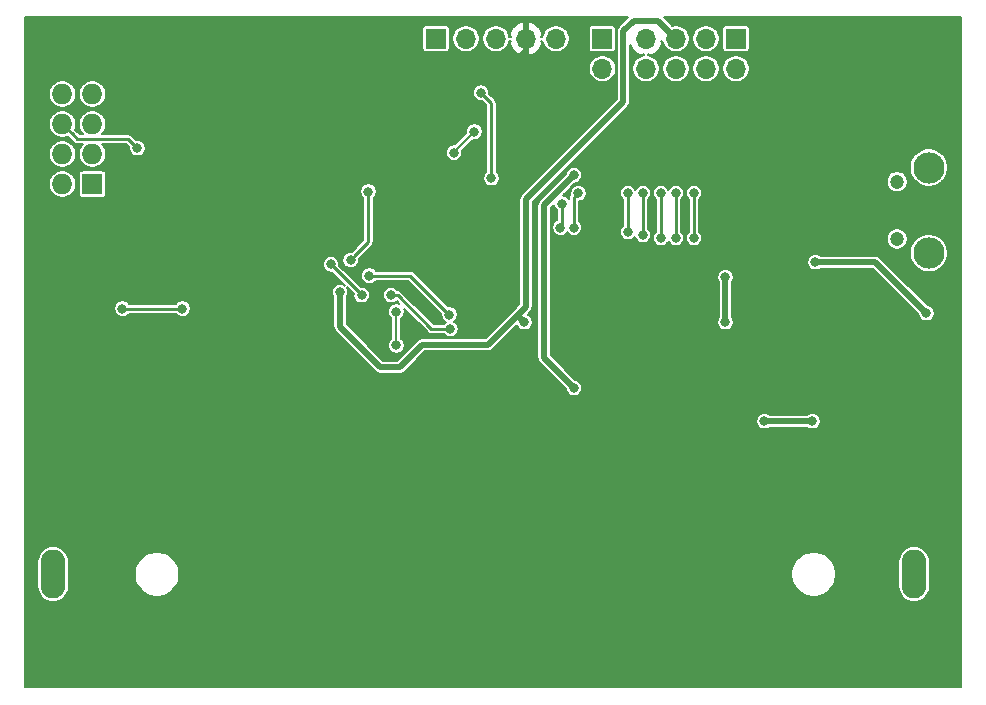
<source format=gbr>
G04 #@! TF.GenerationSoftware,KiCad,Pcbnew,5.1.5-52549c5~86~ubuntu19.10.1*
G04 #@! TF.CreationDate,2020-07-12T21:09:55+02:00*
G04 #@! TF.ProjectId,Remote_TempHumid,52656d6f-7465-45f5-9465-6d7048756d69,rev?*
G04 #@! TF.SameCoordinates,Original*
G04 #@! TF.FileFunction,Copper,L2,Bot*
G04 #@! TF.FilePolarity,Positive*
%FSLAX46Y46*%
G04 Gerber Fmt 4.6, Leading zero omitted, Abs format (unit mm)*
G04 Created by KiCad (PCBNEW 5.1.5-52549c5~86~ubuntu19.10.1) date 2020-07-12 21:09:55*
%MOMM*%
%LPD*%
G04 APERTURE LIST*
%ADD10O,1.700000X1.700000*%
%ADD11R,1.700000X1.700000*%
%ADD12O,1.727200X1.727200*%
%ADD13R,1.727200X1.727200*%
%ADD14C,2.640000*%
%ADD15C,1.200000*%
%ADD16O,2.070000X4.140000*%
%ADD17C,0.800000*%
%ADD18C,0.508000*%
%ADD19C,0.254000*%
%ADD20C,0.203200*%
%ADD21C,0.200000*%
G04 APERTURE END LIST*
D10*
X152781000Y-62103000D03*
X152781000Y-59563000D03*
X155321000Y-62103000D03*
X155321000Y-59563000D03*
X157861000Y-62103000D03*
X157861000Y-59563000D03*
X160401000Y-62103000D03*
D11*
X160401000Y-59563000D03*
D12*
X103378000Y-64262000D03*
X105918000Y-64262000D03*
X103378000Y-66802000D03*
X105918000Y-66802000D03*
X103378000Y-69342000D03*
X105918000Y-69342000D03*
X103378000Y-71882000D03*
D13*
X105918000Y-71882000D03*
D10*
X149098000Y-62103000D03*
D11*
X149098000Y-59563000D03*
D14*
X176730000Y-70474000D03*
X176730000Y-77724000D03*
D15*
X174050000Y-71674000D03*
X174050000Y-76524000D03*
D10*
X145161000Y-59563000D03*
X142621000Y-59563000D03*
X140081000Y-59563000D03*
X137541000Y-59563000D03*
D11*
X135001000Y-59563000D03*
D16*
X102592000Y-104902000D03*
X175492000Y-104902000D03*
D17*
X176530000Y-82804000D03*
X167132000Y-78486000D03*
X159512000Y-79756000D03*
X159512000Y-83566054D03*
X140716000Y-62484000D03*
X164332980Y-83566000D03*
X164846000Y-86360000D03*
X133858000Y-76200000D03*
X113538000Y-85852000D03*
X117348000Y-80264000D03*
X108712000Y-79502000D03*
X103632000Y-85344000D03*
X120904000Y-78740000D03*
X119380000Y-70866000D03*
X115824000Y-73152000D03*
X108458000Y-73152000D03*
X103632000Y-59436000D03*
X113632000Y-59436000D03*
X123632000Y-59436000D03*
X118872000Y-64516000D03*
X136906000Y-74422000D03*
X141986000Y-71628000D03*
X142494000Y-65024000D03*
X144780000Y-62738000D03*
X151130000Y-68326000D03*
X158750000Y-71882000D03*
X161798000Y-71882000D03*
X164592000Y-71882000D03*
X164592000Y-67056000D03*
X161798000Y-67056000D03*
X158750000Y-67056000D03*
X164592000Y-63754000D03*
X164592000Y-60960000D03*
X169164000Y-60960000D03*
X177546000Y-60960000D03*
X169164000Y-63754000D03*
X169164000Y-67056000D03*
X177546000Y-63754000D03*
X177546000Y-67056000D03*
X173482000Y-67056000D03*
X173482000Y-63754000D03*
X173482000Y-60960000D03*
X158496000Y-76200000D03*
X161798000Y-76200000D03*
X164592000Y-76200000D03*
X158496000Y-78232000D03*
X159004000Y-86360000D03*
X170942000Y-90932000D03*
X166116000Y-90932000D03*
X166624000Y-92964000D03*
X170942000Y-92964000D03*
X174752000Y-92964000D03*
X176530000Y-91186000D03*
X176784000Y-86868000D03*
X177292000Y-81534000D03*
X166624000Y-95758000D03*
X170688000Y-95758000D03*
X174752000Y-95758000D03*
X149606000Y-88392000D03*
X149606000Y-91694000D03*
X154178000Y-91694000D03*
X121158000Y-91948000D03*
X140970000Y-91694000D03*
X131064000Y-91948000D03*
X131064000Y-88392000D03*
X140970000Y-88392000D03*
X131318000Y-70358000D03*
X127762000Y-64262000D03*
X118872000Y-59436000D03*
X127762000Y-59436000D03*
X134874000Y-62230000D03*
X151130000Y-71120000D03*
X102616000Y-96266000D03*
X108458000Y-96266000D03*
X114300000Y-96266000D03*
X120142000Y-96266000D03*
X108204000Y-88646000D03*
X113792000Y-69850000D03*
X146812000Y-80010000D03*
X141224000Y-80010000D03*
X126873000Y-81026000D03*
X142494000Y-83566000D03*
X129286000Y-72517000D03*
X127771697Y-78311535D03*
X166878000Y-91948000D03*
X162814000Y-91948000D03*
X146685000Y-89154000D03*
X146685000Y-71120000D03*
X138811000Y-64135000D03*
X139700000Y-71374000D03*
X145669000Y-73533000D03*
X145542000Y-75565000D03*
X146685000Y-75565000D03*
X147066000Y-72644000D03*
X155321000Y-72644000D03*
X155321000Y-76454000D03*
X154051004Y-72644000D03*
X154051000Y-76454000D03*
X152527000Y-72644000D03*
X152527002Y-76200000D03*
X151257000Y-72644000D03*
X151256990Y-75946000D03*
X156845006Y-72644000D03*
X156845000Y-76454000D03*
X126111000Y-78676500D03*
X128714500Y-81280000D03*
X138242610Y-67436964D03*
X136525006Y-69215000D03*
X136144000Y-82931000D03*
X129349496Y-79629000D03*
X131191000Y-81280000D03*
X136207500Y-84137500D03*
X113538000Y-82423000D03*
X108458000Y-82423000D03*
X109728000Y-68834000D03*
X131635500Y-82677000D03*
X131635500Y-85534500D03*
D18*
X176530000Y-82804000D02*
X173482000Y-79756000D01*
X173482000Y-79756000D02*
X172212000Y-78486000D01*
X172212000Y-78486000D02*
X167132000Y-78486000D01*
X159512000Y-79756000D02*
X159512000Y-83566054D01*
X142621000Y-59563000D02*
X142621000Y-60579000D01*
X142621000Y-60579000D02*
X140716000Y-62484000D01*
X154471001Y-58713001D02*
X155321000Y-59563000D01*
X133858000Y-85471000D02*
X139440185Y-85471000D01*
X130302000Y-87376000D02*
X131953000Y-87376000D01*
X131953000Y-87376000D02*
X133858000Y-85471000D01*
X126873000Y-83947000D02*
X130302000Y-87376000D01*
X126873000Y-81026000D02*
X126873000Y-83947000D01*
X153797000Y-58039000D02*
X154471001Y-58713001D01*
X142621000Y-82290185D02*
X142621000Y-73152000D01*
X151765000Y-58039000D02*
X153797000Y-58039000D01*
X142621000Y-73152000D02*
X150876000Y-64897000D01*
X150876000Y-64897000D02*
X150876000Y-58928000D01*
X150876000Y-58928000D02*
X151765000Y-58039000D01*
X142046592Y-83118592D02*
X142494000Y-83566000D01*
X139440185Y-85471000D02*
X142046592Y-82864592D01*
X142046592Y-82864592D02*
X142046592Y-83118592D01*
X142046592Y-82864592D02*
X142621000Y-82290185D01*
D19*
X128171696Y-77911536D02*
X127771697Y-78311535D01*
X129286000Y-72517000D02*
X129286000Y-76797232D01*
X129286000Y-76797232D02*
X128171696Y-77911536D01*
D18*
X163576000Y-91948000D02*
X166878000Y-91948000D01*
X162814000Y-91948000D02*
X163576000Y-91948000D01*
X144145000Y-86614000D02*
X146685000Y-89154000D01*
X145669000Y-72136000D02*
X144145000Y-73660000D01*
X144145000Y-73660000D02*
X144145000Y-86614000D01*
X145669000Y-72136000D02*
X146304000Y-71501000D01*
X146304000Y-71501000D02*
X146685000Y-71120000D01*
D19*
X138811000Y-64135000D02*
X139700000Y-65024000D01*
X139700000Y-65024000D02*
X139700000Y-71374000D01*
X145669000Y-75438000D02*
X145542000Y-75565000D01*
X145669000Y-73533000D02*
X145669000Y-75438000D01*
X146685000Y-75565000D02*
X146685000Y-73025000D01*
X146685000Y-73025000D02*
X147066000Y-72644000D01*
X155321000Y-72644000D02*
X155321000Y-75819000D01*
X155321000Y-75819000D02*
X155321000Y-76454000D01*
X154051004Y-72644000D02*
X154051004Y-76453996D01*
X154051004Y-76453996D02*
X154051000Y-76454000D01*
X152527000Y-72644000D02*
X152527000Y-76199998D01*
X152527000Y-76199998D02*
X152527002Y-76200000D01*
X151257000Y-72644000D02*
X151257000Y-75945990D01*
X151257000Y-75945990D02*
X151256990Y-75946000D01*
X156845006Y-76453994D02*
X156845000Y-76454000D01*
X156845006Y-72644000D02*
X156845006Y-76453994D01*
X126111000Y-78676500D02*
X128714500Y-81280000D01*
D20*
X136525006Y-69154568D02*
X136525006Y-69215000D01*
X138242610Y-67436964D02*
X136525006Y-69154568D01*
D19*
X132842000Y-79629000D02*
X129349496Y-79629000D01*
X136144000Y-82931000D02*
X132842000Y-79629000D01*
X134614185Y-84137500D02*
X136207500Y-84137500D01*
X131191000Y-81280000D02*
X131756685Y-81280000D01*
X131756685Y-81280000D02*
X134614185Y-84137500D01*
X113538000Y-82423000D02*
X108458000Y-82423000D01*
X104648000Y-68072000D02*
X104241599Y-67665599D01*
X104241599Y-67665599D02*
X103378000Y-66802000D01*
X109728000Y-68834000D02*
X108966000Y-68072000D01*
X108966000Y-68072000D02*
X104648000Y-68072000D01*
D20*
X131635500Y-82677000D02*
X131635500Y-85534500D01*
D21*
G36*
X150503505Y-58517022D02*
G01*
X150482369Y-58534368D01*
X150465022Y-58555505D01*
X150413138Y-58618725D01*
X150361696Y-58714968D01*
X150330016Y-58819397D01*
X150319321Y-58928000D01*
X150322001Y-58955214D01*
X150322000Y-64667526D01*
X142248506Y-72741021D01*
X142227369Y-72758368D01*
X142210022Y-72779505D01*
X142158138Y-72842725D01*
X142106696Y-72938968D01*
X142075016Y-73043397D01*
X142064321Y-73152000D01*
X142067001Y-73179214D01*
X142067000Y-82060711D01*
X141674102Y-82453609D01*
X141652960Y-82470960D01*
X141635613Y-82492097D01*
X139210711Y-84917000D01*
X133885204Y-84917000D01*
X133858000Y-84914321D01*
X133830796Y-84917000D01*
X133830788Y-84917000D01*
X133758765Y-84924093D01*
X133749396Y-84925016D01*
X133644967Y-84956695D01*
X133548725Y-85008137D01*
X133485504Y-85060021D01*
X133485499Y-85060026D01*
X133464368Y-85077368D01*
X133447026Y-85098499D01*
X131723527Y-86822000D01*
X130531474Y-86822000D01*
X127427000Y-83717527D01*
X127427000Y-81456848D01*
X127493332Y-81357574D01*
X127546099Y-81230182D01*
X127573000Y-81094944D01*
X127573000Y-80957056D01*
X127546099Y-80821818D01*
X127493332Y-80694426D01*
X127429449Y-80598818D01*
X128019011Y-81188380D01*
X128014500Y-81211056D01*
X128014500Y-81348944D01*
X128041401Y-81484182D01*
X128094168Y-81611574D01*
X128170774Y-81726224D01*
X128268276Y-81823726D01*
X128382926Y-81900332D01*
X128510318Y-81953099D01*
X128645556Y-81980000D01*
X128783444Y-81980000D01*
X128918682Y-81953099D01*
X129046074Y-81900332D01*
X129160724Y-81823726D01*
X129258226Y-81726224D01*
X129334832Y-81611574D01*
X129387599Y-81484182D01*
X129414500Y-81348944D01*
X129414500Y-81211056D01*
X129387599Y-81075818D01*
X129334832Y-80948426D01*
X129258226Y-80833776D01*
X129160724Y-80736274D01*
X129046074Y-80659668D01*
X128918682Y-80606901D01*
X128783444Y-80580000D01*
X128645556Y-80580000D01*
X128622880Y-80584511D01*
X127598425Y-79560056D01*
X128649496Y-79560056D01*
X128649496Y-79697944D01*
X128676397Y-79833182D01*
X128729164Y-79960574D01*
X128805770Y-80075224D01*
X128903272Y-80172726D01*
X129017922Y-80249332D01*
X129145314Y-80302099D01*
X129280552Y-80329000D01*
X129418440Y-80329000D01*
X129553678Y-80302099D01*
X129681070Y-80249332D01*
X129795720Y-80172726D01*
X129893222Y-80075224D01*
X129906067Y-80056000D01*
X132665132Y-80056000D01*
X135448511Y-82839380D01*
X135444000Y-82862056D01*
X135444000Y-82999944D01*
X135470901Y-83135182D01*
X135523668Y-83262574D01*
X135600274Y-83377224D01*
X135697776Y-83474726D01*
X135812426Y-83551332D01*
X135820062Y-83554495D01*
X135761276Y-83593774D01*
X135663774Y-83691276D01*
X135650929Y-83710500D01*
X134791055Y-83710500D01*
X132073452Y-80992899D01*
X132060080Y-80976605D01*
X131995061Y-80923245D01*
X131920881Y-80883595D01*
X131840392Y-80859178D01*
X131777663Y-80853000D01*
X131777652Y-80853000D01*
X131756685Y-80850935D01*
X131746839Y-80851905D01*
X131734726Y-80833776D01*
X131637224Y-80736274D01*
X131522574Y-80659668D01*
X131395182Y-80606901D01*
X131259944Y-80580000D01*
X131122056Y-80580000D01*
X130986818Y-80606901D01*
X130859426Y-80659668D01*
X130744776Y-80736274D01*
X130647274Y-80833776D01*
X130570668Y-80948426D01*
X130517901Y-81075818D01*
X130491000Y-81211056D01*
X130491000Y-81348944D01*
X130517901Y-81484182D01*
X130570668Y-81611574D01*
X130647274Y-81726224D01*
X130744776Y-81823726D01*
X130859426Y-81900332D01*
X130986818Y-81953099D01*
X131122056Y-81980000D01*
X131259944Y-81980000D01*
X131395182Y-81953099D01*
X131522574Y-81900332D01*
X131637224Y-81823726D01*
X131666883Y-81794067D01*
X131902905Y-82030089D01*
X131839682Y-82003901D01*
X131704444Y-81977000D01*
X131566556Y-81977000D01*
X131431318Y-82003901D01*
X131303926Y-82056668D01*
X131189276Y-82133274D01*
X131091774Y-82230776D01*
X131015168Y-82345426D01*
X130962401Y-82472818D01*
X130935500Y-82608056D01*
X130935500Y-82745944D01*
X130962401Y-82881182D01*
X131015168Y-83008574D01*
X131091774Y-83123224D01*
X131189276Y-83220726D01*
X131233900Y-83250543D01*
X131233901Y-84960957D01*
X131189276Y-84990774D01*
X131091774Y-85088276D01*
X131015168Y-85202926D01*
X130962401Y-85330318D01*
X130935500Y-85465556D01*
X130935500Y-85603444D01*
X130962401Y-85738682D01*
X131015168Y-85866074D01*
X131091774Y-85980724D01*
X131189276Y-86078226D01*
X131303926Y-86154832D01*
X131431318Y-86207599D01*
X131566556Y-86234500D01*
X131704444Y-86234500D01*
X131839682Y-86207599D01*
X131967074Y-86154832D01*
X132081724Y-86078226D01*
X132179226Y-85980724D01*
X132255832Y-85866074D01*
X132308599Y-85738682D01*
X132335500Y-85603444D01*
X132335500Y-85465556D01*
X132308599Y-85330318D01*
X132255832Y-85202926D01*
X132179226Y-85088276D01*
X132081724Y-84990774D01*
X132037100Y-84960957D01*
X132037100Y-83250543D01*
X132081724Y-83220726D01*
X132179226Y-83123224D01*
X132255832Y-83008574D01*
X132308599Y-82881182D01*
X132335500Y-82745944D01*
X132335500Y-82608056D01*
X132308599Y-82472818D01*
X132282411Y-82409595D01*
X134297426Y-84424611D01*
X134310790Y-84440895D01*
X134327074Y-84454259D01*
X134327083Y-84454268D01*
X134375808Y-84494255D01*
X134415458Y-84515448D01*
X134449989Y-84533905D01*
X134530478Y-84558322D01*
X134593207Y-84564500D01*
X134593219Y-84564500D01*
X134614184Y-84566565D01*
X134635149Y-84564500D01*
X135650929Y-84564500D01*
X135663774Y-84583724D01*
X135761276Y-84681226D01*
X135875926Y-84757832D01*
X136003318Y-84810599D01*
X136138556Y-84837500D01*
X136276444Y-84837500D01*
X136411682Y-84810599D01*
X136539074Y-84757832D01*
X136653724Y-84681226D01*
X136751226Y-84583724D01*
X136827832Y-84469074D01*
X136880599Y-84341682D01*
X136907500Y-84206444D01*
X136907500Y-84068556D01*
X136880599Y-83933318D01*
X136827832Y-83805926D01*
X136751226Y-83691276D01*
X136653724Y-83593774D01*
X136539074Y-83517168D01*
X136531438Y-83514005D01*
X136590224Y-83474726D01*
X136687726Y-83377224D01*
X136764332Y-83262574D01*
X136817099Y-83135182D01*
X136844000Y-82999944D01*
X136844000Y-82862056D01*
X136817099Y-82726818D01*
X136764332Y-82599426D01*
X136687726Y-82484776D01*
X136590224Y-82387274D01*
X136475574Y-82310668D01*
X136348182Y-82257901D01*
X136212944Y-82231000D01*
X136075056Y-82231000D01*
X136052380Y-82235511D01*
X133158768Y-79341900D01*
X133145395Y-79325605D01*
X133080376Y-79272245D01*
X133006196Y-79232595D01*
X132925707Y-79208178D01*
X132862978Y-79202000D01*
X132862967Y-79202000D01*
X132842000Y-79199935D01*
X132821033Y-79202000D01*
X129906067Y-79202000D01*
X129893222Y-79182776D01*
X129795720Y-79085274D01*
X129681070Y-79008668D01*
X129553678Y-78955901D01*
X129418440Y-78929000D01*
X129280552Y-78929000D01*
X129145314Y-78955901D01*
X129017922Y-79008668D01*
X128903272Y-79085274D01*
X128805770Y-79182776D01*
X128729164Y-79297426D01*
X128676397Y-79424818D01*
X128649496Y-79560056D01*
X127598425Y-79560056D01*
X126806489Y-78768121D01*
X126811000Y-78745444D01*
X126811000Y-78607556D01*
X126784099Y-78472318D01*
X126731332Y-78344926D01*
X126662955Y-78242591D01*
X127071697Y-78242591D01*
X127071697Y-78380479D01*
X127098598Y-78515717D01*
X127151365Y-78643109D01*
X127227971Y-78757759D01*
X127325473Y-78855261D01*
X127440123Y-78931867D01*
X127567515Y-78984634D01*
X127702753Y-79011535D01*
X127840641Y-79011535D01*
X127975879Y-78984634D01*
X128103271Y-78931867D01*
X128217921Y-78855261D01*
X128315423Y-78757759D01*
X128392029Y-78643109D01*
X128444796Y-78515717D01*
X128471697Y-78380479D01*
X128471697Y-78242591D01*
X128467186Y-78219915D01*
X128488464Y-78198637D01*
X128488468Y-78198632D01*
X129573105Y-77113996D01*
X129589395Y-77100627D01*
X129602764Y-77084337D01*
X129602768Y-77084333D01*
X129642755Y-77035609D01*
X129682404Y-76961429D01*
X129682405Y-76961428D01*
X129706822Y-76880939D01*
X129713000Y-76818210D01*
X129713000Y-76818199D01*
X129715065Y-76797232D01*
X129713000Y-76776265D01*
X129713000Y-73073571D01*
X129732224Y-73060726D01*
X129829726Y-72963224D01*
X129906332Y-72848574D01*
X129959099Y-72721182D01*
X129986000Y-72585944D01*
X129986000Y-72448056D01*
X129959099Y-72312818D01*
X129906332Y-72185426D01*
X129829726Y-72070776D01*
X129732224Y-71973274D01*
X129617574Y-71896668D01*
X129490182Y-71843901D01*
X129354944Y-71817000D01*
X129217056Y-71817000D01*
X129081818Y-71843901D01*
X128954426Y-71896668D01*
X128839776Y-71973274D01*
X128742274Y-72070776D01*
X128665668Y-72185426D01*
X128612901Y-72312818D01*
X128586000Y-72448056D01*
X128586000Y-72585944D01*
X128612901Y-72721182D01*
X128665668Y-72848574D01*
X128742274Y-72963224D01*
X128839776Y-73060726D01*
X128859000Y-73073571D01*
X128859001Y-76620362D01*
X127884600Y-77594764D01*
X127884595Y-77594768D01*
X127863317Y-77616046D01*
X127840641Y-77611535D01*
X127702753Y-77611535D01*
X127567515Y-77638436D01*
X127440123Y-77691203D01*
X127325473Y-77767809D01*
X127227971Y-77865311D01*
X127151365Y-77979961D01*
X127098598Y-78107353D01*
X127071697Y-78242591D01*
X126662955Y-78242591D01*
X126654726Y-78230276D01*
X126557224Y-78132774D01*
X126442574Y-78056168D01*
X126315182Y-78003401D01*
X126179944Y-77976500D01*
X126042056Y-77976500D01*
X125906818Y-78003401D01*
X125779426Y-78056168D01*
X125664776Y-78132774D01*
X125567274Y-78230276D01*
X125490668Y-78344926D01*
X125437901Y-78472318D01*
X125411000Y-78607556D01*
X125411000Y-78745444D01*
X125437901Y-78880682D01*
X125490668Y-79008074D01*
X125567274Y-79122724D01*
X125664776Y-79220226D01*
X125779426Y-79296832D01*
X125906818Y-79349599D01*
X126042056Y-79376500D01*
X126179944Y-79376500D01*
X126202621Y-79371989D01*
X127300182Y-80469551D01*
X127204574Y-80405668D01*
X127077182Y-80352901D01*
X126941944Y-80326000D01*
X126804056Y-80326000D01*
X126668818Y-80352901D01*
X126541426Y-80405668D01*
X126426776Y-80482274D01*
X126329274Y-80579776D01*
X126252668Y-80694426D01*
X126199901Y-80821818D01*
X126173000Y-80957056D01*
X126173000Y-81094944D01*
X126199901Y-81230182D01*
X126252668Y-81357574D01*
X126319000Y-81456848D01*
X126319001Y-83919786D01*
X126316321Y-83947000D01*
X126327016Y-84055603D01*
X126351861Y-84137500D01*
X126358696Y-84160032D01*
X126410138Y-84256275D01*
X126479369Y-84340632D01*
X126500506Y-84357979D01*
X129891021Y-87748495D01*
X129908368Y-87769632D01*
X129992725Y-87838863D01*
X130088968Y-87890305D01*
X130193397Y-87921984D01*
X130274788Y-87930000D01*
X130274797Y-87930000D01*
X130301999Y-87932679D01*
X130329201Y-87930000D01*
X131925796Y-87930000D01*
X131953000Y-87932679D01*
X131980204Y-87930000D01*
X131980212Y-87930000D01*
X132061603Y-87921984D01*
X132166032Y-87890305D01*
X132262275Y-87838863D01*
X132346632Y-87769632D01*
X132363983Y-87748490D01*
X134087475Y-86025000D01*
X139412981Y-86025000D01*
X139440185Y-86027679D01*
X139467387Y-86025000D01*
X139467397Y-86025000D01*
X139548788Y-86016984D01*
X139653217Y-85985305D01*
X139749460Y-85933863D01*
X139833817Y-85864632D01*
X139851168Y-85843490D01*
X141851237Y-83843421D01*
X141873668Y-83897574D01*
X141950274Y-84012224D01*
X142047776Y-84109726D01*
X142162426Y-84186332D01*
X142289818Y-84239099D01*
X142425056Y-84266000D01*
X142562944Y-84266000D01*
X142698182Y-84239099D01*
X142825574Y-84186332D01*
X142940224Y-84109726D01*
X143037726Y-84012224D01*
X143114332Y-83897574D01*
X143167099Y-83770182D01*
X143194000Y-83634944D01*
X143194000Y-83497056D01*
X143167099Y-83361818D01*
X143114332Y-83234426D01*
X143037726Y-83119776D01*
X142940224Y-83022274D01*
X142825574Y-82945668D01*
X142771421Y-82923237D01*
X142993495Y-82701164D01*
X143014632Y-82683817D01*
X143083863Y-82599460D01*
X143135305Y-82503217D01*
X143166984Y-82398788D01*
X143175000Y-82317397D01*
X143175000Y-82317390D01*
X143177679Y-82290186D01*
X143175000Y-82262982D01*
X143175000Y-73660000D01*
X143588321Y-73660000D01*
X143591000Y-73687204D01*
X143591001Y-86586786D01*
X143588321Y-86614000D01*
X143599016Y-86722603D01*
X143630696Y-86827032D01*
X143682138Y-86923275D01*
X143751369Y-87007632D01*
X143772506Y-87024979D01*
X145988608Y-89241082D01*
X146011901Y-89358182D01*
X146064668Y-89485574D01*
X146141274Y-89600224D01*
X146238776Y-89697726D01*
X146353426Y-89774332D01*
X146480818Y-89827099D01*
X146616056Y-89854000D01*
X146753944Y-89854000D01*
X146889182Y-89827099D01*
X147016574Y-89774332D01*
X147131224Y-89697726D01*
X147228726Y-89600224D01*
X147305332Y-89485574D01*
X147358099Y-89358182D01*
X147385000Y-89222944D01*
X147385000Y-89085056D01*
X147358099Y-88949818D01*
X147305332Y-88822426D01*
X147228726Y-88707776D01*
X147131224Y-88610274D01*
X147016574Y-88533668D01*
X146889182Y-88480901D01*
X146772082Y-88457608D01*
X144699000Y-86384527D01*
X144699000Y-79687056D01*
X158812000Y-79687056D01*
X158812000Y-79824944D01*
X158838901Y-79960182D01*
X158891668Y-80087574D01*
X158958000Y-80186848D01*
X158958001Y-83135205D01*
X158891668Y-83234480D01*
X158838901Y-83361872D01*
X158812000Y-83497110D01*
X158812000Y-83634998D01*
X158838901Y-83770236D01*
X158891668Y-83897628D01*
X158968274Y-84012278D01*
X159065776Y-84109780D01*
X159180426Y-84186386D01*
X159307818Y-84239153D01*
X159443056Y-84266054D01*
X159580944Y-84266054D01*
X159716182Y-84239153D01*
X159843574Y-84186386D01*
X159958224Y-84109780D01*
X160055726Y-84012278D01*
X160132332Y-83897628D01*
X160185099Y-83770236D01*
X160212000Y-83634998D01*
X160212000Y-83497110D01*
X160185099Y-83361872D01*
X160132332Y-83234480D01*
X160066000Y-83135206D01*
X160066000Y-80186848D01*
X160132332Y-80087574D01*
X160185099Y-79960182D01*
X160212000Y-79824944D01*
X160212000Y-79687056D01*
X160185099Y-79551818D01*
X160132332Y-79424426D01*
X160055726Y-79309776D01*
X159958224Y-79212274D01*
X159843574Y-79135668D01*
X159716182Y-79082901D01*
X159580944Y-79056000D01*
X159443056Y-79056000D01*
X159307818Y-79082901D01*
X159180426Y-79135668D01*
X159065776Y-79212274D01*
X158968274Y-79309776D01*
X158891668Y-79424426D01*
X158838901Y-79551818D01*
X158812000Y-79687056D01*
X144699000Y-79687056D01*
X144699000Y-78417056D01*
X166432000Y-78417056D01*
X166432000Y-78554944D01*
X166458901Y-78690182D01*
X166511668Y-78817574D01*
X166588274Y-78932224D01*
X166685776Y-79029726D01*
X166800426Y-79106332D01*
X166927818Y-79159099D01*
X167063056Y-79186000D01*
X167200944Y-79186000D01*
X167336182Y-79159099D01*
X167463574Y-79106332D01*
X167562848Y-79040000D01*
X171982527Y-79040000D01*
X173109504Y-80166978D01*
X173109510Y-80166983D01*
X175833608Y-82891082D01*
X175856901Y-83008182D01*
X175909668Y-83135574D01*
X175986274Y-83250224D01*
X176083776Y-83347726D01*
X176198426Y-83424332D01*
X176325818Y-83477099D01*
X176461056Y-83504000D01*
X176598944Y-83504000D01*
X176734182Y-83477099D01*
X176861574Y-83424332D01*
X176976224Y-83347726D01*
X177073726Y-83250224D01*
X177150332Y-83135574D01*
X177203099Y-83008182D01*
X177230000Y-82872944D01*
X177230000Y-82735056D01*
X177203099Y-82599818D01*
X177150332Y-82472426D01*
X177073726Y-82357776D01*
X176976224Y-82260274D01*
X176861574Y-82183668D01*
X176734182Y-82130901D01*
X176617082Y-82107608D01*
X173892983Y-79383510D01*
X173892978Y-79383504D01*
X172622983Y-78113510D01*
X172605632Y-78092368D01*
X172521275Y-78023137D01*
X172425032Y-77971695D01*
X172320603Y-77940016D01*
X172239212Y-77932000D01*
X172239204Y-77932000D01*
X172212000Y-77929321D01*
X172184796Y-77932000D01*
X167562848Y-77932000D01*
X167463574Y-77865668D01*
X167336182Y-77812901D01*
X167200944Y-77786000D01*
X167063056Y-77786000D01*
X166927818Y-77812901D01*
X166800426Y-77865668D01*
X166685776Y-77942274D01*
X166588274Y-78039776D01*
X166511668Y-78154426D01*
X166458901Y-78281818D01*
X166432000Y-78417056D01*
X144699000Y-78417056D01*
X144699000Y-77564444D01*
X175110000Y-77564444D01*
X175110000Y-77883556D01*
X175172256Y-78196536D01*
X175294375Y-78491358D01*
X175471664Y-78756689D01*
X175697311Y-78982336D01*
X175962642Y-79159625D01*
X176257464Y-79281744D01*
X176570444Y-79344000D01*
X176889556Y-79344000D01*
X177202536Y-79281744D01*
X177497358Y-79159625D01*
X177762689Y-78982336D01*
X177988336Y-78756689D01*
X178165625Y-78491358D01*
X178287744Y-78196536D01*
X178350000Y-77883556D01*
X178350000Y-77564444D01*
X178287744Y-77251464D01*
X178165625Y-76956642D01*
X177988336Y-76691311D01*
X177762689Y-76465664D01*
X177497358Y-76288375D01*
X177202536Y-76166256D01*
X176889556Y-76104000D01*
X176570444Y-76104000D01*
X176257464Y-76166256D01*
X175962642Y-76288375D01*
X175697311Y-76465664D01*
X175471664Y-76691311D01*
X175294375Y-76956642D01*
X175172256Y-77251464D01*
X175110000Y-77564444D01*
X144699000Y-77564444D01*
X144699000Y-73889473D01*
X144971908Y-73616565D01*
X144995901Y-73737182D01*
X145048668Y-73864574D01*
X145125274Y-73979224D01*
X145222776Y-74076726D01*
X145242000Y-74089571D01*
X145242001Y-74931589D01*
X145210426Y-74944668D01*
X145095776Y-75021274D01*
X144998274Y-75118776D01*
X144921668Y-75233426D01*
X144868901Y-75360818D01*
X144842000Y-75496056D01*
X144842000Y-75633944D01*
X144868901Y-75769182D01*
X144921668Y-75896574D01*
X144998274Y-76011224D01*
X145095776Y-76108726D01*
X145210426Y-76185332D01*
X145337818Y-76238099D01*
X145473056Y-76265000D01*
X145610944Y-76265000D01*
X145746182Y-76238099D01*
X145873574Y-76185332D01*
X145988224Y-76108726D01*
X146085726Y-76011224D01*
X146113500Y-75969657D01*
X146141274Y-76011224D01*
X146238776Y-76108726D01*
X146353426Y-76185332D01*
X146480818Y-76238099D01*
X146616056Y-76265000D01*
X146753944Y-76265000D01*
X146889182Y-76238099D01*
X147016574Y-76185332D01*
X147131224Y-76108726D01*
X147228726Y-76011224D01*
X147305332Y-75896574D01*
X147313416Y-75877056D01*
X150556990Y-75877056D01*
X150556990Y-76014944D01*
X150583891Y-76150182D01*
X150636658Y-76277574D01*
X150713264Y-76392224D01*
X150810766Y-76489726D01*
X150925416Y-76566332D01*
X151052808Y-76619099D01*
X151188046Y-76646000D01*
X151325934Y-76646000D01*
X151461172Y-76619099D01*
X151588564Y-76566332D01*
X151703214Y-76489726D01*
X151800716Y-76392224D01*
X151839869Y-76333627D01*
X151853903Y-76404182D01*
X151906670Y-76531574D01*
X151983276Y-76646224D01*
X152080778Y-76743726D01*
X152195428Y-76820332D01*
X152322820Y-76873099D01*
X152458058Y-76900000D01*
X152595946Y-76900000D01*
X152731184Y-76873099D01*
X152858576Y-76820332D01*
X152973226Y-76743726D01*
X153070728Y-76646224D01*
X153147334Y-76531574D01*
X153200101Y-76404182D01*
X153203905Y-76385056D01*
X153351000Y-76385056D01*
X153351000Y-76522944D01*
X153377901Y-76658182D01*
X153430668Y-76785574D01*
X153507274Y-76900224D01*
X153604776Y-76997726D01*
X153719426Y-77074332D01*
X153846818Y-77127099D01*
X153982056Y-77154000D01*
X154119944Y-77154000D01*
X154255182Y-77127099D01*
X154382574Y-77074332D01*
X154497224Y-76997726D01*
X154594726Y-76900224D01*
X154671332Y-76785574D01*
X154686000Y-76750162D01*
X154700668Y-76785574D01*
X154777274Y-76900224D01*
X154874776Y-76997726D01*
X154989426Y-77074332D01*
X155116818Y-77127099D01*
X155252056Y-77154000D01*
X155389944Y-77154000D01*
X155525182Y-77127099D01*
X155652574Y-77074332D01*
X155767224Y-76997726D01*
X155864726Y-76900224D01*
X155941332Y-76785574D01*
X155994099Y-76658182D01*
X156021000Y-76522944D01*
X156021000Y-76385056D01*
X156145000Y-76385056D01*
X156145000Y-76522944D01*
X156171901Y-76658182D01*
X156224668Y-76785574D01*
X156301274Y-76900224D01*
X156398776Y-76997726D01*
X156513426Y-77074332D01*
X156640818Y-77127099D01*
X156776056Y-77154000D01*
X156913944Y-77154000D01*
X157049182Y-77127099D01*
X157176574Y-77074332D01*
X157291224Y-76997726D01*
X157388726Y-76900224D01*
X157465332Y-76785574D01*
X157518099Y-76658182D01*
X157545000Y-76522944D01*
X157545000Y-76435358D01*
X173150000Y-76435358D01*
X173150000Y-76612642D01*
X173184586Y-76786520D01*
X173252430Y-76950310D01*
X173350924Y-77097717D01*
X173476283Y-77223076D01*
X173623690Y-77321570D01*
X173787480Y-77389414D01*
X173961358Y-77424000D01*
X174138642Y-77424000D01*
X174312520Y-77389414D01*
X174476310Y-77321570D01*
X174623717Y-77223076D01*
X174749076Y-77097717D01*
X174847570Y-76950310D01*
X174915414Y-76786520D01*
X174950000Y-76612642D01*
X174950000Y-76435358D01*
X174915414Y-76261480D01*
X174847570Y-76097690D01*
X174749076Y-75950283D01*
X174623717Y-75824924D01*
X174476310Y-75726430D01*
X174312520Y-75658586D01*
X174138642Y-75624000D01*
X173961358Y-75624000D01*
X173787480Y-75658586D01*
X173623690Y-75726430D01*
X173476283Y-75824924D01*
X173350924Y-75950283D01*
X173252430Y-76097690D01*
X173184586Y-76261480D01*
X173150000Y-76435358D01*
X157545000Y-76435358D01*
X157545000Y-76385056D01*
X157518099Y-76249818D01*
X157465332Y-76122426D01*
X157388726Y-76007776D01*
X157291224Y-75910274D01*
X157272006Y-75897433D01*
X157272006Y-73200571D01*
X157291230Y-73187726D01*
X157388732Y-73090224D01*
X157465338Y-72975574D01*
X157518105Y-72848182D01*
X157545006Y-72712944D01*
X157545006Y-72575056D01*
X157518105Y-72439818D01*
X157465338Y-72312426D01*
X157388732Y-72197776D01*
X157291230Y-72100274D01*
X157176580Y-72023668D01*
X157049188Y-71970901D01*
X156913950Y-71944000D01*
X156776062Y-71944000D01*
X156640824Y-71970901D01*
X156513432Y-72023668D01*
X156398782Y-72100274D01*
X156301280Y-72197776D01*
X156224674Y-72312426D01*
X156171907Y-72439818D01*
X156145006Y-72575056D01*
X156145006Y-72712944D01*
X156171907Y-72848182D01*
X156224674Y-72975574D01*
X156301280Y-73090224D01*
X156398782Y-73187726D01*
X156418006Y-73200571D01*
X156418007Y-75897424D01*
X156398776Y-75910274D01*
X156301274Y-76007776D01*
X156224668Y-76122426D01*
X156171901Y-76249818D01*
X156145000Y-76385056D01*
X156021000Y-76385056D01*
X155994099Y-76249818D01*
X155941332Y-76122426D01*
X155864726Y-76007776D01*
X155767224Y-75910274D01*
X155748000Y-75897429D01*
X155748000Y-73200571D01*
X155767224Y-73187726D01*
X155864726Y-73090224D01*
X155941332Y-72975574D01*
X155994099Y-72848182D01*
X156021000Y-72712944D01*
X156021000Y-72575056D01*
X155994099Y-72439818D01*
X155941332Y-72312426D01*
X155864726Y-72197776D01*
X155767224Y-72100274D01*
X155652574Y-72023668D01*
X155525182Y-71970901D01*
X155389944Y-71944000D01*
X155252056Y-71944000D01*
X155116818Y-71970901D01*
X154989426Y-72023668D01*
X154874776Y-72100274D01*
X154777274Y-72197776D01*
X154700668Y-72312426D01*
X154686002Y-72347833D01*
X154671336Y-72312426D01*
X154594730Y-72197776D01*
X154497228Y-72100274D01*
X154382578Y-72023668D01*
X154255186Y-71970901D01*
X154119948Y-71944000D01*
X153982060Y-71944000D01*
X153846822Y-71970901D01*
X153719430Y-72023668D01*
X153604780Y-72100274D01*
X153507278Y-72197776D01*
X153430672Y-72312426D01*
X153377905Y-72439818D01*
X153351004Y-72575056D01*
X153351004Y-72712944D01*
X153377905Y-72848182D01*
X153430672Y-72975574D01*
X153507278Y-73090224D01*
X153604780Y-73187726D01*
X153624004Y-73200571D01*
X153624005Y-75897426D01*
X153604776Y-75910274D01*
X153507274Y-76007776D01*
X153430668Y-76122426D01*
X153377901Y-76249818D01*
X153351000Y-76385056D01*
X153203905Y-76385056D01*
X153227002Y-76268944D01*
X153227002Y-76131056D01*
X153200101Y-75995818D01*
X153147334Y-75868426D01*
X153070728Y-75753776D01*
X152973226Y-75656274D01*
X152954000Y-75643428D01*
X152954000Y-73200571D01*
X152973224Y-73187726D01*
X153070726Y-73090224D01*
X153147332Y-72975574D01*
X153200099Y-72848182D01*
X153227000Y-72712944D01*
X153227000Y-72575056D01*
X153200099Y-72439818D01*
X153147332Y-72312426D01*
X153070726Y-72197776D01*
X152973224Y-72100274D01*
X152858574Y-72023668D01*
X152731182Y-71970901D01*
X152595944Y-71944000D01*
X152458056Y-71944000D01*
X152322818Y-71970901D01*
X152195426Y-72023668D01*
X152080776Y-72100274D01*
X151983274Y-72197776D01*
X151906668Y-72312426D01*
X151892000Y-72347838D01*
X151877332Y-72312426D01*
X151800726Y-72197776D01*
X151703224Y-72100274D01*
X151588574Y-72023668D01*
X151461182Y-71970901D01*
X151325944Y-71944000D01*
X151188056Y-71944000D01*
X151052818Y-71970901D01*
X150925426Y-72023668D01*
X150810776Y-72100274D01*
X150713274Y-72197776D01*
X150636668Y-72312426D01*
X150583901Y-72439818D01*
X150557000Y-72575056D01*
X150557000Y-72712944D01*
X150583901Y-72848182D01*
X150636668Y-72975574D01*
X150713274Y-73090224D01*
X150810776Y-73187726D01*
X150830000Y-73200571D01*
X150830001Y-75389422D01*
X150810766Y-75402274D01*
X150713264Y-75499776D01*
X150636658Y-75614426D01*
X150583891Y-75741818D01*
X150556990Y-75877056D01*
X147313416Y-75877056D01*
X147358099Y-75769182D01*
X147385000Y-75633944D01*
X147385000Y-75496056D01*
X147358099Y-75360818D01*
X147305332Y-75233426D01*
X147228726Y-75118776D01*
X147131224Y-75021274D01*
X147112000Y-75008429D01*
X147112000Y-73344000D01*
X147134944Y-73344000D01*
X147270182Y-73317099D01*
X147397574Y-73264332D01*
X147512224Y-73187726D01*
X147609726Y-73090224D01*
X147686332Y-72975574D01*
X147739099Y-72848182D01*
X147766000Y-72712944D01*
X147766000Y-72575056D01*
X147739099Y-72439818D01*
X147686332Y-72312426D01*
X147609726Y-72197776D01*
X147512224Y-72100274D01*
X147397574Y-72023668D01*
X147270182Y-71970901D01*
X147134944Y-71944000D01*
X146997056Y-71944000D01*
X146861818Y-71970901D01*
X146734426Y-72023668D01*
X146619776Y-72100274D01*
X146522274Y-72197776D01*
X146445668Y-72312426D01*
X146392901Y-72439818D01*
X146366000Y-72575056D01*
X146366000Y-72712944D01*
X146370431Y-72735221D01*
X146368237Y-72737895D01*
X146368232Y-72737900D01*
X146328245Y-72786624D01*
X146295133Y-72848574D01*
X146288596Y-72860804D01*
X146264179Y-72941293D01*
X146258767Y-72996247D01*
X146255935Y-73025000D01*
X146258001Y-73045977D01*
X146258001Y-73154535D01*
X146212726Y-73086776D01*
X146115224Y-72989274D01*
X146000574Y-72912668D01*
X145873182Y-72859901D01*
X145752565Y-72835908D01*
X146079978Y-72508496D01*
X146079982Y-72508491D01*
X146714979Y-71873496D01*
X146714988Y-71873485D01*
X146772081Y-71816392D01*
X146889182Y-71793099D01*
X147016574Y-71740332D01*
X147131224Y-71663726D01*
X147209592Y-71585358D01*
X173150000Y-71585358D01*
X173150000Y-71762642D01*
X173184586Y-71936520D01*
X173252430Y-72100310D01*
X173350924Y-72247717D01*
X173476283Y-72373076D01*
X173623690Y-72471570D01*
X173787480Y-72539414D01*
X173961358Y-72574000D01*
X174138642Y-72574000D01*
X174312520Y-72539414D01*
X174476310Y-72471570D01*
X174623717Y-72373076D01*
X174749076Y-72247717D01*
X174847570Y-72100310D01*
X174915414Y-71936520D01*
X174950000Y-71762642D01*
X174950000Y-71585358D01*
X174915414Y-71411480D01*
X174847570Y-71247690D01*
X174749076Y-71100283D01*
X174623717Y-70974924D01*
X174476310Y-70876430D01*
X174312520Y-70808586D01*
X174138642Y-70774000D01*
X173961358Y-70774000D01*
X173787480Y-70808586D01*
X173623690Y-70876430D01*
X173476283Y-70974924D01*
X173350924Y-71100283D01*
X173252430Y-71247690D01*
X173184586Y-71411480D01*
X173150000Y-71585358D01*
X147209592Y-71585358D01*
X147228726Y-71566224D01*
X147305332Y-71451574D01*
X147358099Y-71324182D01*
X147385000Y-71188944D01*
X147385000Y-71051056D01*
X147358099Y-70915818D01*
X147305332Y-70788426D01*
X147228726Y-70673776D01*
X147131224Y-70576274D01*
X147016574Y-70499668D01*
X146889182Y-70446901D01*
X146753944Y-70420000D01*
X146616056Y-70420000D01*
X146480818Y-70446901D01*
X146353426Y-70499668D01*
X146238776Y-70576274D01*
X146141274Y-70673776D01*
X146064668Y-70788426D01*
X146011901Y-70915818D01*
X145988608Y-71032919D01*
X145931515Y-71090012D01*
X145931504Y-71090021D01*
X145296509Y-71725018D01*
X145296504Y-71725022D01*
X143772510Y-73249017D01*
X143751368Y-73266368D01*
X143682137Y-73350725D01*
X143630695Y-73446969D01*
X143599016Y-73551398D01*
X143591000Y-73632789D01*
X143591000Y-73632796D01*
X143588321Y-73660000D01*
X143175000Y-73660000D01*
X143175000Y-73381473D01*
X146242029Y-70314444D01*
X175110000Y-70314444D01*
X175110000Y-70633556D01*
X175172256Y-70946536D01*
X175294375Y-71241358D01*
X175471664Y-71506689D01*
X175697311Y-71732336D01*
X175962642Y-71909625D01*
X176257464Y-72031744D01*
X176570444Y-72094000D01*
X176889556Y-72094000D01*
X177202536Y-72031744D01*
X177497358Y-71909625D01*
X177762689Y-71732336D01*
X177988336Y-71506689D01*
X178165625Y-71241358D01*
X178287744Y-70946536D01*
X178350000Y-70633556D01*
X178350000Y-70314444D01*
X178287744Y-70001464D01*
X178165625Y-69706642D01*
X177988336Y-69441311D01*
X177762689Y-69215664D01*
X177497358Y-69038375D01*
X177202536Y-68916256D01*
X176889556Y-68854000D01*
X176570444Y-68854000D01*
X176257464Y-68916256D01*
X175962642Y-69038375D01*
X175697311Y-69215664D01*
X175471664Y-69441311D01*
X175294375Y-69706642D01*
X175172256Y-70001464D01*
X175110000Y-70314444D01*
X146242029Y-70314444D01*
X151248495Y-65307979D01*
X151269632Y-65290632D01*
X151338863Y-65206275D01*
X151390305Y-65110032D01*
X151421984Y-65005603D01*
X151430000Y-64924212D01*
X151430000Y-64924204D01*
X151432679Y-64897000D01*
X151430000Y-64869796D01*
X151430000Y-60092612D01*
X151474065Y-60209300D01*
X151625264Y-60451852D01*
X151820878Y-60660246D01*
X152053389Y-60826473D01*
X152313861Y-60944146D01*
X152402090Y-60970903D01*
X152626998Y-60859890D01*
X152626998Y-60961103D01*
X152445557Y-60997194D01*
X152236271Y-61083884D01*
X152047918Y-61209737D01*
X151887737Y-61369918D01*
X151761884Y-61558271D01*
X151675194Y-61767557D01*
X151631000Y-61989735D01*
X151631000Y-62216265D01*
X151675194Y-62438443D01*
X151761884Y-62647729D01*
X151887737Y-62836082D01*
X152047918Y-62996263D01*
X152236271Y-63122116D01*
X152445557Y-63208806D01*
X152667735Y-63253000D01*
X152894265Y-63253000D01*
X153116443Y-63208806D01*
X153325729Y-63122116D01*
X153514082Y-62996263D01*
X153674263Y-62836082D01*
X153800116Y-62647729D01*
X153886806Y-62438443D01*
X153931000Y-62216265D01*
X153931000Y-61989735D01*
X154171000Y-61989735D01*
X154171000Y-62216265D01*
X154215194Y-62438443D01*
X154301884Y-62647729D01*
X154427737Y-62836082D01*
X154587918Y-62996263D01*
X154776271Y-63122116D01*
X154985557Y-63208806D01*
X155207735Y-63253000D01*
X155434265Y-63253000D01*
X155656443Y-63208806D01*
X155865729Y-63122116D01*
X156054082Y-62996263D01*
X156214263Y-62836082D01*
X156340116Y-62647729D01*
X156426806Y-62438443D01*
X156471000Y-62216265D01*
X156471000Y-61989735D01*
X156711000Y-61989735D01*
X156711000Y-62216265D01*
X156755194Y-62438443D01*
X156841884Y-62647729D01*
X156967737Y-62836082D01*
X157127918Y-62996263D01*
X157316271Y-63122116D01*
X157525557Y-63208806D01*
X157747735Y-63253000D01*
X157974265Y-63253000D01*
X158196443Y-63208806D01*
X158405729Y-63122116D01*
X158594082Y-62996263D01*
X158754263Y-62836082D01*
X158880116Y-62647729D01*
X158966806Y-62438443D01*
X159011000Y-62216265D01*
X159011000Y-61989735D01*
X159251000Y-61989735D01*
X159251000Y-62216265D01*
X159295194Y-62438443D01*
X159381884Y-62647729D01*
X159507737Y-62836082D01*
X159667918Y-62996263D01*
X159856271Y-63122116D01*
X160065557Y-63208806D01*
X160287735Y-63253000D01*
X160514265Y-63253000D01*
X160736443Y-63208806D01*
X160945729Y-63122116D01*
X161134082Y-62996263D01*
X161294263Y-62836082D01*
X161420116Y-62647729D01*
X161506806Y-62438443D01*
X161551000Y-62216265D01*
X161551000Y-61989735D01*
X161506806Y-61767557D01*
X161420116Y-61558271D01*
X161294263Y-61369918D01*
X161134082Y-61209737D01*
X160945729Y-61083884D01*
X160736443Y-60997194D01*
X160514265Y-60953000D01*
X160287735Y-60953000D01*
X160065557Y-60997194D01*
X159856271Y-61083884D01*
X159667918Y-61209737D01*
X159507737Y-61369918D01*
X159381884Y-61558271D01*
X159295194Y-61767557D01*
X159251000Y-61989735D01*
X159011000Y-61989735D01*
X158966806Y-61767557D01*
X158880116Y-61558271D01*
X158754263Y-61369918D01*
X158594082Y-61209737D01*
X158405729Y-61083884D01*
X158196443Y-60997194D01*
X157974265Y-60953000D01*
X157747735Y-60953000D01*
X157525557Y-60997194D01*
X157316271Y-61083884D01*
X157127918Y-61209737D01*
X156967737Y-61369918D01*
X156841884Y-61558271D01*
X156755194Y-61767557D01*
X156711000Y-61989735D01*
X156471000Y-61989735D01*
X156426806Y-61767557D01*
X156340116Y-61558271D01*
X156214263Y-61369918D01*
X156054082Y-61209737D01*
X155865729Y-61083884D01*
X155656443Y-60997194D01*
X155434265Y-60953000D01*
X155207735Y-60953000D01*
X154985557Y-60997194D01*
X154776271Y-61083884D01*
X154587918Y-61209737D01*
X154427737Y-61369918D01*
X154301884Y-61558271D01*
X154215194Y-61767557D01*
X154171000Y-61989735D01*
X153931000Y-61989735D01*
X153886806Y-61767557D01*
X153800116Y-61558271D01*
X153674263Y-61369918D01*
X153514082Y-61209737D01*
X153325729Y-61083884D01*
X153116443Y-60997194D01*
X152935002Y-60961103D01*
X152935002Y-60859890D01*
X153159910Y-60970903D01*
X153248139Y-60944146D01*
X153508611Y-60826473D01*
X153741122Y-60660246D01*
X153936736Y-60451852D01*
X154087935Y-60209300D01*
X154188909Y-59941911D01*
X154078851Y-59717002D01*
X154179103Y-59717002D01*
X154215194Y-59898443D01*
X154301884Y-60107729D01*
X154427737Y-60296082D01*
X154587918Y-60456263D01*
X154776271Y-60582116D01*
X154985557Y-60668806D01*
X155207735Y-60713000D01*
X155434265Y-60713000D01*
X155656443Y-60668806D01*
X155865729Y-60582116D01*
X156054082Y-60456263D01*
X156214263Y-60296082D01*
X156340116Y-60107729D01*
X156426806Y-59898443D01*
X156471000Y-59676265D01*
X156471000Y-59449735D01*
X156711000Y-59449735D01*
X156711000Y-59676265D01*
X156755194Y-59898443D01*
X156841884Y-60107729D01*
X156967737Y-60296082D01*
X157127918Y-60456263D01*
X157316271Y-60582116D01*
X157525557Y-60668806D01*
X157747735Y-60713000D01*
X157974265Y-60713000D01*
X158196443Y-60668806D01*
X158405729Y-60582116D01*
X158594082Y-60456263D01*
X158754263Y-60296082D01*
X158880116Y-60107729D01*
X158966806Y-59898443D01*
X159011000Y-59676265D01*
X159011000Y-59449735D01*
X158966806Y-59227557D01*
X158880116Y-59018271D01*
X158754263Y-58829918D01*
X158637345Y-58713000D01*
X159249549Y-58713000D01*
X159249549Y-60413000D01*
X159255341Y-60471810D01*
X159272496Y-60528360D01*
X159300353Y-60580477D01*
X159337842Y-60626158D01*
X159383523Y-60663647D01*
X159435640Y-60691504D01*
X159492190Y-60708659D01*
X159551000Y-60714451D01*
X161251000Y-60714451D01*
X161309810Y-60708659D01*
X161366360Y-60691504D01*
X161418477Y-60663647D01*
X161464158Y-60626158D01*
X161501647Y-60580477D01*
X161529504Y-60528360D01*
X161546659Y-60471810D01*
X161552451Y-60413000D01*
X161552451Y-58713000D01*
X161546659Y-58654190D01*
X161529504Y-58597640D01*
X161501647Y-58545523D01*
X161464158Y-58499842D01*
X161418477Y-58462353D01*
X161366360Y-58434496D01*
X161309810Y-58417341D01*
X161251000Y-58411549D01*
X159551000Y-58411549D01*
X159492190Y-58417341D01*
X159435640Y-58434496D01*
X159383523Y-58462353D01*
X159337842Y-58499842D01*
X159300353Y-58545523D01*
X159272496Y-58597640D01*
X159255341Y-58654190D01*
X159249549Y-58713000D01*
X158637345Y-58713000D01*
X158594082Y-58669737D01*
X158405729Y-58543884D01*
X158196443Y-58457194D01*
X157974265Y-58413000D01*
X157747735Y-58413000D01*
X157525557Y-58457194D01*
X157316271Y-58543884D01*
X157127918Y-58669737D01*
X156967737Y-58829918D01*
X156841884Y-59018271D01*
X156755194Y-59227557D01*
X156711000Y-59449735D01*
X156471000Y-59449735D01*
X156426806Y-59227557D01*
X156340116Y-59018271D01*
X156214263Y-58829918D01*
X156054082Y-58669737D01*
X155865729Y-58543884D01*
X155656443Y-58457194D01*
X155434265Y-58413000D01*
X155207735Y-58413000D01*
X154996492Y-58455019D01*
X154881983Y-58340510D01*
X154881979Y-58340505D01*
X154299473Y-57758000D01*
X179478000Y-57758000D01*
X179478000Y-114454000D01*
X100176000Y-114454000D01*
X100176000Y-106002578D01*
X101257000Y-106002578D01*
X101276317Y-106198705D01*
X101352653Y-106450353D01*
X101476618Y-106682274D01*
X101643445Y-106885555D01*
X101846725Y-107052382D01*
X102078646Y-107176347D01*
X102330294Y-107252683D01*
X102592000Y-107278459D01*
X102853705Y-107252683D01*
X103105353Y-107176347D01*
X103337274Y-107052382D01*
X103540555Y-106885555D01*
X103707382Y-106682275D01*
X103831347Y-106450354D01*
X103907683Y-106198706D01*
X103927000Y-106002579D01*
X103927000Y-104714866D01*
X109482000Y-104714866D01*
X109482000Y-105089134D01*
X109555016Y-105456209D01*
X109698242Y-105801987D01*
X109906174Y-106113179D01*
X110170821Y-106377826D01*
X110482013Y-106585758D01*
X110827791Y-106728984D01*
X111194866Y-106802000D01*
X111569134Y-106802000D01*
X111936209Y-106728984D01*
X112281987Y-106585758D01*
X112593179Y-106377826D01*
X112857826Y-106113179D01*
X113065758Y-105801987D01*
X113208984Y-105456209D01*
X113282000Y-105089134D01*
X113282000Y-104714866D01*
X165097000Y-104714866D01*
X165097000Y-105089134D01*
X165170016Y-105456209D01*
X165313242Y-105801987D01*
X165521174Y-106113179D01*
X165785821Y-106377826D01*
X166097013Y-106585758D01*
X166442791Y-106728984D01*
X166809866Y-106802000D01*
X167184134Y-106802000D01*
X167551209Y-106728984D01*
X167896987Y-106585758D01*
X168208179Y-106377826D01*
X168472826Y-106113179D01*
X168546727Y-106002578D01*
X174157000Y-106002578D01*
X174176317Y-106198705D01*
X174252653Y-106450353D01*
X174376618Y-106682274D01*
X174543445Y-106885555D01*
X174746725Y-107052382D01*
X174978646Y-107176347D01*
X175230294Y-107252683D01*
X175492000Y-107278459D01*
X175753705Y-107252683D01*
X176005353Y-107176347D01*
X176237274Y-107052382D01*
X176440555Y-106885555D01*
X176607382Y-106682275D01*
X176731347Y-106450354D01*
X176807683Y-106198706D01*
X176827000Y-106002579D01*
X176827000Y-103801421D01*
X176807683Y-103605294D01*
X176731347Y-103353646D01*
X176607382Y-103121725D01*
X176440555Y-102918445D01*
X176237275Y-102751618D01*
X176005354Y-102627653D01*
X175753706Y-102551317D01*
X175492000Y-102525541D01*
X175230295Y-102551317D01*
X174978647Y-102627653D01*
X174746726Y-102751618D01*
X174543446Y-102918445D01*
X174376619Y-103121725D01*
X174252654Y-103353646D01*
X174176318Y-103605294D01*
X174157001Y-103801421D01*
X174157000Y-106002578D01*
X168546727Y-106002578D01*
X168680758Y-105801987D01*
X168823984Y-105456209D01*
X168897000Y-105089134D01*
X168897000Y-104714866D01*
X168823984Y-104347791D01*
X168680758Y-104002013D01*
X168472826Y-103690821D01*
X168208179Y-103426174D01*
X167896987Y-103218242D01*
X167551209Y-103075016D01*
X167184134Y-103002000D01*
X166809866Y-103002000D01*
X166442791Y-103075016D01*
X166097013Y-103218242D01*
X165785821Y-103426174D01*
X165521174Y-103690821D01*
X165313242Y-104002013D01*
X165170016Y-104347791D01*
X165097000Y-104714866D01*
X113282000Y-104714866D01*
X113208984Y-104347791D01*
X113065758Y-104002013D01*
X112857826Y-103690821D01*
X112593179Y-103426174D01*
X112281987Y-103218242D01*
X111936209Y-103075016D01*
X111569134Y-103002000D01*
X111194866Y-103002000D01*
X110827791Y-103075016D01*
X110482013Y-103218242D01*
X110170821Y-103426174D01*
X109906174Y-103690821D01*
X109698242Y-104002013D01*
X109555016Y-104347791D01*
X109482000Y-104714866D01*
X103927000Y-104714866D01*
X103927000Y-103801421D01*
X103907683Y-103605294D01*
X103831347Y-103353646D01*
X103707382Y-103121725D01*
X103540555Y-102918445D01*
X103337275Y-102751618D01*
X103105354Y-102627653D01*
X102853706Y-102551317D01*
X102592000Y-102525541D01*
X102330295Y-102551317D01*
X102078647Y-102627653D01*
X101846726Y-102751618D01*
X101643446Y-102918445D01*
X101476619Y-103121725D01*
X101352654Y-103353646D01*
X101276318Y-103605294D01*
X101257001Y-103801421D01*
X101257000Y-106002578D01*
X100176000Y-106002578D01*
X100176000Y-91879056D01*
X162114000Y-91879056D01*
X162114000Y-92016944D01*
X162140901Y-92152182D01*
X162193668Y-92279574D01*
X162270274Y-92394224D01*
X162367776Y-92491726D01*
X162482426Y-92568332D01*
X162609818Y-92621099D01*
X162745056Y-92648000D01*
X162882944Y-92648000D01*
X163018182Y-92621099D01*
X163145574Y-92568332D01*
X163244848Y-92502000D01*
X166447152Y-92502000D01*
X166546426Y-92568332D01*
X166673818Y-92621099D01*
X166809056Y-92648000D01*
X166946944Y-92648000D01*
X167082182Y-92621099D01*
X167209574Y-92568332D01*
X167324224Y-92491726D01*
X167421726Y-92394224D01*
X167498332Y-92279574D01*
X167551099Y-92152182D01*
X167578000Y-92016944D01*
X167578000Y-91879056D01*
X167551099Y-91743818D01*
X167498332Y-91616426D01*
X167421726Y-91501776D01*
X167324224Y-91404274D01*
X167209574Y-91327668D01*
X167082182Y-91274901D01*
X166946944Y-91248000D01*
X166809056Y-91248000D01*
X166673818Y-91274901D01*
X166546426Y-91327668D01*
X166447152Y-91394000D01*
X163244848Y-91394000D01*
X163145574Y-91327668D01*
X163018182Y-91274901D01*
X162882944Y-91248000D01*
X162745056Y-91248000D01*
X162609818Y-91274901D01*
X162482426Y-91327668D01*
X162367776Y-91404274D01*
X162270274Y-91501776D01*
X162193668Y-91616426D01*
X162140901Y-91743818D01*
X162114000Y-91879056D01*
X100176000Y-91879056D01*
X100176000Y-82354056D01*
X107758000Y-82354056D01*
X107758000Y-82491944D01*
X107784901Y-82627182D01*
X107837668Y-82754574D01*
X107914274Y-82869224D01*
X108011776Y-82966726D01*
X108126426Y-83043332D01*
X108253818Y-83096099D01*
X108389056Y-83123000D01*
X108526944Y-83123000D01*
X108662182Y-83096099D01*
X108789574Y-83043332D01*
X108904224Y-82966726D01*
X109001726Y-82869224D01*
X109014571Y-82850000D01*
X112981429Y-82850000D01*
X112994274Y-82869224D01*
X113091776Y-82966726D01*
X113206426Y-83043332D01*
X113333818Y-83096099D01*
X113469056Y-83123000D01*
X113606944Y-83123000D01*
X113742182Y-83096099D01*
X113869574Y-83043332D01*
X113984224Y-82966726D01*
X114081726Y-82869224D01*
X114158332Y-82754574D01*
X114211099Y-82627182D01*
X114238000Y-82491944D01*
X114238000Y-82354056D01*
X114211099Y-82218818D01*
X114158332Y-82091426D01*
X114081726Y-81976776D01*
X113984224Y-81879274D01*
X113869574Y-81802668D01*
X113742182Y-81749901D01*
X113606944Y-81723000D01*
X113469056Y-81723000D01*
X113333818Y-81749901D01*
X113206426Y-81802668D01*
X113091776Y-81879274D01*
X112994274Y-81976776D01*
X112981429Y-81996000D01*
X109014571Y-81996000D01*
X109001726Y-81976776D01*
X108904224Y-81879274D01*
X108789574Y-81802668D01*
X108662182Y-81749901D01*
X108526944Y-81723000D01*
X108389056Y-81723000D01*
X108253818Y-81749901D01*
X108126426Y-81802668D01*
X108011776Y-81879274D01*
X107914274Y-81976776D01*
X107837668Y-82091426D01*
X107784901Y-82218818D01*
X107758000Y-82354056D01*
X100176000Y-82354056D01*
X100176000Y-71767395D01*
X102214400Y-71767395D01*
X102214400Y-71996605D01*
X102259117Y-72221410D01*
X102346831Y-72433171D01*
X102474173Y-72623752D01*
X102636248Y-72785827D01*
X102826829Y-72913169D01*
X103038590Y-73000883D01*
X103263395Y-73045600D01*
X103492605Y-73045600D01*
X103717410Y-73000883D01*
X103929171Y-72913169D01*
X104119752Y-72785827D01*
X104281827Y-72623752D01*
X104409169Y-72433171D01*
X104496883Y-72221410D01*
X104541600Y-71996605D01*
X104541600Y-71767395D01*
X104496883Y-71542590D01*
X104409169Y-71330829D01*
X104281827Y-71140248D01*
X104159979Y-71018400D01*
X104752949Y-71018400D01*
X104752949Y-72745600D01*
X104758741Y-72804410D01*
X104775896Y-72860960D01*
X104803753Y-72913077D01*
X104841242Y-72958758D01*
X104886923Y-72996247D01*
X104939040Y-73024104D01*
X104995590Y-73041259D01*
X105054400Y-73047051D01*
X106781600Y-73047051D01*
X106840410Y-73041259D01*
X106896960Y-73024104D01*
X106949077Y-72996247D01*
X106994758Y-72958758D01*
X107032247Y-72913077D01*
X107060104Y-72860960D01*
X107077259Y-72804410D01*
X107083051Y-72745600D01*
X107083051Y-71018400D01*
X107077259Y-70959590D01*
X107060104Y-70903040D01*
X107032247Y-70850923D01*
X106994758Y-70805242D01*
X106949077Y-70767753D01*
X106896960Y-70739896D01*
X106840410Y-70722741D01*
X106781600Y-70716949D01*
X105054400Y-70716949D01*
X104995590Y-70722741D01*
X104939040Y-70739896D01*
X104886923Y-70767753D01*
X104841242Y-70805242D01*
X104803753Y-70850923D01*
X104775896Y-70903040D01*
X104758741Y-70959590D01*
X104752949Y-71018400D01*
X104159979Y-71018400D01*
X104119752Y-70978173D01*
X103929171Y-70850831D01*
X103717410Y-70763117D01*
X103492605Y-70718400D01*
X103263395Y-70718400D01*
X103038590Y-70763117D01*
X102826829Y-70850831D01*
X102636248Y-70978173D01*
X102474173Y-71140248D01*
X102346831Y-71330829D01*
X102259117Y-71542590D01*
X102214400Y-71767395D01*
X100176000Y-71767395D01*
X100176000Y-69227395D01*
X102214400Y-69227395D01*
X102214400Y-69456605D01*
X102259117Y-69681410D01*
X102346831Y-69893171D01*
X102474173Y-70083752D01*
X102636248Y-70245827D01*
X102826829Y-70373169D01*
X103038590Y-70460883D01*
X103263395Y-70505600D01*
X103492605Y-70505600D01*
X103717410Y-70460883D01*
X103929171Y-70373169D01*
X104119752Y-70245827D01*
X104281827Y-70083752D01*
X104409169Y-69893171D01*
X104496883Y-69681410D01*
X104541600Y-69456605D01*
X104541600Y-69227395D01*
X104496883Y-69002590D01*
X104409169Y-68790829D01*
X104281827Y-68600248D01*
X104119752Y-68438173D01*
X103929171Y-68310831D01*
X103717410Y-68223117D01*
X103492605Y-68178400D01*
X103263395Y-68178400D01*
X103038590Y-68223117D01*
X102826829Y-68310831D01*
X102636248Y-68438173D01*
X102474173Y-68600248D01*
X102346831Y-68790829D01*
X102259117Y-69002590D01*
X102214400Y-69227395D01*
X100176000Y-69227395D01*
X100176000Y-66687395D01*
X102214400Y-66687395D01*
X102214400Y-66916605D01*
X102259117Y-67141410D01*
X102346831Y-67353171D01*
X102474173Y-67543752D01*
X102636248Y-67705827D01*
X102826829Y-67833169D01*
X103038590Y-67920883D01*
X103263395Y-67965600D01*
X103492605Y-67965600D01*
X103717410Y-67920883D01*
X103841581Y-67869450D01*
X103954497Y-67982366D01*
X103954502Y-67982370D01*
X104331236Y-68359105D01*
X104344605Y-68375395D01*
X104360895Y-68388764D01*
X104360899Y-68388768D01*
X104409623Y-68428756D01*
X104466538Y-68459176D01*
X104483804Y-68468405D01*
X104564293Y-68492822D01*
X104627022Y-68499000D01*
X104627033Y-68499000D01*
X104648000Y-68501065D01*
X104668967Y-68499000D01*
X105115421Y-68499000D01*
X105014173Y-68600248D01*
X104886831Y-68790829D01*
X104799117Y-69002590D01*
X104754400Y-69227395D01*
X104754400Y-69456605D01*
X104799117Y-69681410D01*
X104886831Y-69893171D01*
X105014173Y-70083752D01*
X105176248Y-70245827D01*
X105366829Y-70373169D01*
X105578590Y-70460883D01*
X105803395Y-70505600D01*
X106032605Y-70505600D01*
X106257410Y-70460883D01*
X106469171Y-70373169D01*
X106659752Y-70245827D01*
X106821827Y-70083752D01*
X106949169Y-69893171D01*
X107036883Y-69681410D01*
X107081600Y-69456605D01*
X107081600Y-69227395D01*
X107036883Y-69002590D01*
X106949169Y-68790829D01*
X106821827Y-68600248D01*
X106720579Y-68499000D01*
X108789132Y-68499000D01*
X109032511Y-68742379D01*
X109028000Y-68765056D01*
X109028000Y-68902944D01*
X109054901Y-69038182D01*
X109107668Y-69165574D01*
X109184274Y-69280224D01*
X109281776Y-69377726D01*
X109396426Y-69454332D01*
X109523818Y-69507099D01*
X109659056Y-69534000D01*
X109796944Y-69534000D01*
X109932182Y-69507099D01*
X110059574Y-69454332D01*
X110174224Y-69377726D01*
X110271726Y-69280224D01*
X110348332Y-69165574D01*
X110356416Y-69146056D01*
X135825006Y-69146056D01*
X135825006Y-69283944D01*
X135851907Y-69419182D01*
X135904674Y-69546574D01*
X135981280Y-69661224D01*
X136078782Y-69758726D01*
X136193432Y-69835332D01*
X136320824Y-69888099D01*
X136456062Y-69915000D01*
X136593950Y-69915000D01*
X136729188Y-69888099D01*
X136856580Y-69835332D01*
X136971230Y-69758726D01*
X137068732Y-69661224D01*
X137145338Y-69546574D01*
X137198105Y-69419182D01*
X137225006Y-69283944D01*
X137225006Y-69146056D01*
X137204509Y-69043012D01*
X138121028Y-68126494D01*
X138173666Y-68136964D01*
X138311554Y-68136964D01*
X138446792Y-68110063D01*
X138574184Y-68057296D01*
X138688834Y-67980690D01*
X138786336Y-67883188D01*
X138862942Y-67768538D01*
X138915709Y-67641146D01*
X138942610Y-67505908D01*
X138942610Y-67368020D01*
X138915709Y-67232782D01*
X138862942Y-67105390D01*
X138786336Y-66990740D01*
X138688834Y-66893238D01*
X138574184Y-66816632D01*
X138446792Y-66763865D01*
X138311554Y-66736964D01*
X138173666Y-66736964D01*
X138038428Y-66763865D01*
X137911036Y-66816632D01*
X137796386Y-66893238D01*
X137698884Y-66990740D01*
X137622278Y-67105390D01*
X137569511Y-67232782D01*
X137542610Y-67368020D01*
X137542610Y-67505908D01*
X137553080Y-67558546D01*
X136596183Y-68515444D01*
X136593950Y-68515000D01*
X136456062Y-68515000D01*
X136320824Y-68541901D01*
X136193432Y-68594668D01*
X136078782Y-68671274D01*
X135981280Y-68768776D01*
X135904674Y-68883426D01*
X135851907Y-69010818D01*
X135825006Y-69146056D01*
X110356416Y-69146056D01*
X110401099Y-69038182D01*
X110428000Y-68902944D01*
X110428000Y-68765056D01*
X110401099Y-68629818D01*
X110348332Y-68502426D01*
X110271726Y-68387776D01*
X110174224Y-68290274D01*
X110059574Y-68213668D01*
X109932182Y-68160901D01*
X109796944Y-68134000D01*
X109659056Y-68134000D01*
X109636379Y-68138511D01*
X109282767Y-67784899D01*
X109269395Y-67768605D01*
X109204376Y-67715245D01*
X109130196Y-67675595D01*
X109049707Y-67651178D01*
X108986978Y-67645000D01*
X108986967Y-67645000D01*
X108966000Y-67642935D01*
X108945033Y-67645000D01*
X106720579Y-67645000D01*
X106821827Y-67543752D01*
X106949169Y-67353171D01*
X107036883Y-67141410D01*
X107081600Y-66916605D01*
X107081600Y-66687395D01*
X107036883Y-66462590D01*
X106949169Y-66250829D01*
X106821827Y-66060248D01*
X106659752Y-65898173D01*
X106469171Y-65770831D01*
X106257410Y-65683117D01*
X106032605Y-65638400D01*
X105803395Y-65638400D01*
X105578590Y-65683117D01*
X105366829Y-65770831D01*
X105176248Y-65898173D01*
X105014173Y-66060248D01*
X104886831Y-66250829D01*
X104799117Y-66462590D01*
X104754400Y-66687395D01*
X104754400Y-66916605D01*
X104799117Y-67141410D01*
X104886831Y-67353171D01*
X105014173Y-67543752D01*
X105115421Y-67645000D01*
X104824869Y-67645000D01*
X104558370Y-67378502D01*
X104558366Y-67378497D01*
X104445450Y-67265581D01*
X104496883Y-67141410D01*
X104541600Y-66916605D01*
X104541600Y-66687395D01*
X104496883Y-66462590D01*
X104409169Y-66250829D01*
X104281827Y-66060248D01*
X104119752Y-65898173D01*
X103929171Y-65770831D01*
X103717410Y-65683117D01*
X103492605Y-65638400D01*
X103263395Y-65638400D01*
X103038590Y-65683117D01*
X102826829Y-65770831D01*
X102636248Y-65898173D01*
X102474173Y-66060248D01*
X102346831Y-66250829D01*
X102259117Y-66462590D01*
X102214400Y-66687395D01*
X100176000Y-66687395D01*
X100176000Y-64147395D01*
X102214400Y-64147395D01*
X102214400Y-64376605D01*
X102259117Y-64601410D01*
X102346831Y-64813171D01*
X102474173Y-65003752D01*
X102636248Y-65165827D01*
X102826829Y-65293169D01*
X103038590Y-65380883D01*
X103263395Y-65425600D01*
X103492605Y-65425600D01*
X103717410Y-65380883D01*
X103929171Y-65293169D01*
X104119752Y-65165827D01*
X104281827Y-65003752D01*
X104409169Y-64813171D01*
X104496883Y-64601410D01*
X104541600Y-64376605D01*
X104541600Y-64147395D01*
X104754400Y-64147395D01*
X104754400Y-64376605D01*
X104799117Y-64601410D01*
X104886831Y-64813171D01*
X105014173Y-65003752D01*
X105176248Y-65165827D01*
X105366829Y-65293169D01*
X105578590Y-65380883D01*
X105803395Y-65425600D01*
X106032605Y-65425600D01*
X106257410Y-65380883D01*
X106469171Y-65293169D01*
X106659752Y-65165827D01*
X106821827Y-65003752D01*
X106949169Y-64813171D01*
X107036883Y-64601410D01*
X107081600Y-64376605D01*
X107081600Y-64147395D01*
X107065421Y-64066056D01*
X138111000Y-64066056D01*
X138111000Y-64203944D01*
X138137901Y-64339182D01*
X138190668Y-64466574D01*
X138267274Y-64581224D01*
X138364776Y-64678726D01*
X138479426Y-64755332D01*
X138606818Y-64808099D01*
X138742056Y-64835000D01*
X138879944Y-64835000D01*
X138902621Y-64830489D01*
X139273000Y-65200869D01*
X139273001Y-70817428D01*
X139253776Y-70830274D01*
X139156274Y-70927776D01*
X139079668Y-71042426D01*
X139026901Y-71169818D01*
X139000000Y-71305056D01*
X139000000Y-71442944D01*
X139026901Y-71578182D01*
X139079668Y-71705574D01*
X139156274Y-71820224D01*
X139253776Y-71917726D01*
X139368426Y-71994332D01*
X139495818Y-72047099D01*
X139631056Y-72074000D01*
X139768944Y-72074000D01*
X139904182Y-72047099D01*
X140031574Y-71994332D01*
X140146224Y-71917726D01*
X140243726Y-71820224D01*
X140320332Y-71705574D01*
X140373099Y-71578182D01*
X140400000Y-71442944D01*
X140400000Y-71305056D01*
X140373099Y-71169818D01*
X140320332Y-71042426D01*
X140243726Y-70927776D01*
X140146224Y-70830274D01*
X140127000Y-70817429D01*
X140127000Y-65044967D01*
X140129065Y-65024000D01*
X140127000Y-65003033D01*
X140127000Y-65003022D01*
X140120822Y-64940293D01*
X140096405Y-64859804D01*
X140068768Y-64808099D01*
X140056755Y-64785623D01*
X140016768Y-64736899D01*
X140016764Y-64736895D01*
X140003395Y-64720605D01*
X139987106Y-64707237D01*
X139506489Y-64226621D01*
X139511000Y-64203944D01*
X139511000Y-64066056D01*
X139484099Y-63930818D01*
X139431332Y-63803426D01*
X139354726Y-63688776D01*
X139257224Y-63591274D01*
X139142574Y-63514668D01*
X139015182Y-63461901D01*
X138879944Y-63435000D01*
X138742056Y-63435000D01*
X138606818Y-63461901D01*
X138479426Y-63514668D01*
X138364776Y-63591274D01*
X138267274Y-63688776D01*
X138190668Y-63803426D01*
X138137901Y-63930818D01*
X138111000Y-64066056D01*
X107065421Y-64066056D01*
X107036883Y-63922590D01*
X106949169Y-63710829D01*
X106821827Y-63520248D01*
X106659752Y-63358173D01*
X106469171Y-63230831D01*
X106257410Y-63143117D01*
X106032605Y-63098400D01*
X105803395Y-63098400D01*
X105578590Y-63143117D01*
X105366829Y-63230831D01*
X105176248Y-63358173D01*
X105014173Y-63520248D01*
X104886831Y-63710829D01*
X104799117Y-63922590D01*
X104754400Y-64147395D01*
X104541600Y-64147395D01*
X104496883Y-63922590D01*
X104409169Y-63710829D01*
X104281827Y-63520248D01*
X104119752Y-63358173D01*
X103929171Y-63230831D01*
X103717410Y-63143117D01*
X103492605Y-63098400D01*
X103263395Y-63098400D01*
X103038590Y-63143117D01*
X102826829Y-63230831D01*
X102636248Y-63358173D01*
X102474173Y-63520248D01*
X102346831Y-63710829D01*
X102259117Y-63922590D01*
X102214400Y-64147395D01*
X100176000Y-64147395D01*
X100176000Y-61989735D01*
X147948000Y-61989735D01*
X147948000Y-62216265D01*
X147992194Y-62438443D01*
X148078884Y-62647729D01*
X148204737Y-62836082D01*
X148364918Y-62996263D01*
X148553271Y-63122116D01*
X148762557Y-63208806D01*
X148984735Y-63253000D01*
X149211265Y-63253000D01*
X149433443Y-63208806D01*
X149642729Y-63122116D01*
X149831082Y-62996263D01*
X149991263Y-62836082D01*
X150117116Y-62647729D01*
X150203806Y-62438443D01*
X150248000Y-62216265D01*
X150248000Y-61989735D01*
X150203806Y-61767557D01*
X150117116Y-61558271D01*
X149991263Y-61369918D01*
X149831082Y-61209737D01*
X149642729Y-61083884D01*
X149433443Y-60997194D01*
X149211265Y-60953000D01*
X148984735Y-60953000D01*
X148762557Y-60997194D01*
X148553271Y-61083884D01*
X148364918Y-61209737D01*
X148204737Y-61369918D01*
X148078884Y-61558271D01*
X147992194Y-61767557D01*
X147948000Y-61989735D01*
X100176000Y-61989735D01*
X100176000Y-58713000D01*
X133849549Y-58713000D01*
X133849549Y-60413000D01*
X133855341Y-60471810D01*
X133872496Y-60528360D01*
X133900353Y-60580477D01*
X133937842Y-60626158D01*
X133983523Y-60663647D01*
X134035640Y-60691504D01*
X134092190Y-60708659D01*
X134151000Y-60714451D01*
X135851000Y-60714451D01*
X135909810Y-60708659D01*
X135966360Y-60691504D01*
X136018477Y-60663647D01*
X136064158Y-60626158D01*
X136101647Y-60580477D01*
X136129504Y-60528360D01*
X136146659Y-60471810D01*
X136152451Y-60413000D01*
X136152451Y-59449735D01*
X136391000Y-59449735D01*
X136391000Y-59676265D01*
X136435194Y-59898443D01*
X136521884Y-60107729D01*
X136647737Y-60296082D01*
X136807918Y-60456263D01*
X136996271Y-60582116D01*
X137205557Y-60668806D01*
X137427735Y-60713000D01*
X137654265Y-60713000D01*
X137876443Y-60668806D01*
X138085729Y-60582116D01*
X138274082Y-60456263D01*
X138434263Y-60296082D01*
X138560116Y-60107729D01*
X138646806Y-59898443D01*
X138691000Y-59676265D01*
X138691000Y-59449735D01*
X138931000Y-59449735D01*
X138931000Y-59676265D01*
X138975194Y-59898443D01*
X139061884Y-60107729D01*
X139187737Y-60296082D01*
X139347918Y-60456263D01*
X139536271Y-60582116D01*
X139745557Y-60668806D01*
X139967735Y-60713000D01*
X140194265Y-60713000D01*
X140416443Y-60668806D01*
X140625729Y-60582116D01*
X140814082Y-60456263D01*
X140974263Y-60296082D01*
X141100116Y-60107729D01*
X141186806Y-59898443D01*
X141222897Y-59717002D01*
X141323149Y-59717002D01*
X141213091Y-59941911D01*
X141314065Y-60209300D01*
X141465264Y-60451852D01*
X141660878Y-60660246D01*
X141893389Y-60826473D01*
X142153861Y-60944146D01*
X142242090Y-60970903D01*
X142467000Y-60859889D01*
X142467000Y-59717000D01*
X142447000Y-59717000D01*
X142447000Y-59409000D01*
X142467000Y-59409000D01*
X142467000Y-58266111D01*
X142775000Y-58266111D01*
X142775000Y-59409000D01*
X142795000Y-59409000D01*
X142795000Y-59717000D01*
X142775000Y-59717000D01*
X142775000Y-60859889D01*
X142999910Y-60970903D01*
X143088139Y-60944146D01*
X143348611Y-60826473D01*
X143581122Y-60660246D01*
X143776736Y-60451852D01*
X143927935Y-60209300D01*
X144028909Y-59941911D01*
X143918851Y-59717002D01*
X144019103Y-59717002D01*
X144055194Y-59898443D01*
X144141884Y-60107729D01*
X144267737Y-60296082D01*
X144427918Y-60456263D01*
X144616271Y-60582116D01*
X144825557Y-60668806D01*
X145047735Y-60713000D01*
X145274265Y-60713000D01*
X145496443Y-60668806D01*
X145705729Y-60582116D01*
X145894082Y-60456263D01*
X146054263Y-60296082D01*
X146180116Y-60107729D01*
X146266806Y-59898443D01*
X146311000Y-59676265D01*
X146311000Y-59449735D01*
X146266806Y-59227557D01*
X146180116Y-59018271D01*
X146054263Y-58829918D01*
X145937345Y-58713000D01*
X147946549Y-58713000D01*
X147946549Y-60413000D01*
X147952341Y-60471810D01*
X147969496Y-60528360D01*
X147997353Y-60580477D01*
X148034842Y-60626158D01*
X148080523Y-60663647D01*
X148132640Y-60691504D01*
X148189190Y-60708659D01*
X148248000Y-60714451D01*
X149948000Y-60714451D01*
X150006810Y-60708659D01*
X150063360Y-60691504D01*
X150115477Y-60663647D01*
X150161158Y-60626158D01*
X150198647Y-60580477D01*
X150226504Y-60528360D01*
X150243659Y-60471810D01*
X150249451Y-60413000D01*
X150249451Y-58713000D01*
X150243659Y-58654190D01*
X150226504Y-58597640D01*
X150198647Y-58545523D01*
X150161158Y-58499842D01*
X150115477Y-58462353D01*
X150063360Y-58434496D01*
X150006810Y-58417341D01*
X149948000Y-58411549D01*
X148248000Y-58411549D01*
X148189190Y-58417341D01*
X148132640Y-58434496D01*
X148080523Y-58462353D01*
X148034842Y-58499842D01*
X147997353Y-58545523D01*
X147969496Y-58597640D01*
X147952341Y-58654190D01*
X147946549Y-58713000D01*
X145937345Y-58713000D01*
X145894082Y-58669737D01*
X145705729Y-58543884D01*
X145496443Y-58457194D01*
X145274265Y-58413000D01*
X145047735Y-58413000D01*
X144825557Y-58457194D01*
X144616271Y-58543884D01*
X144427918Y-58669737D01*
X144267737Y-58829918D01*
X144141884Y-59018271D01*
X144055194Y-59227557D01*
X144019103Y-59408998D01*
X143918851Y-59408998D01*
X144028909Y-59184089D01*
X143927935Y-58916700D01*
X143776736Y-58674148D01*
X143581122Y-58465754D01*
X143348611Y-58299527D01*
X143088139Y-58181854D01*
X142999910Y-58155097D01*
X142775000Y-58266111D01*
X142467000Y-58266111D01*
X142242090Y-58155097D01*
X142153861Y-58181854D01*
X141893389Y-58299527D01*
X141660878Y-58465754D01*
X141465264Y-58674148D01*
X141314065Y-58916700D01*
X141213091Y-59184089D01*
X141323149Y-59408998D01*
X141222897Y-59408998D01*
X141186806Y-59227557D01*
X141100116Y-59018271D01*
X140974263Y-58829918D01*
X140814082Y-58669737D01*
X140625729Y-58543884D01*
X140416443Y-58457194D01*
X140194265Y-58413000D01*
X139967735Y-58413000D01*
X139745557Y-58457194D01*
X139536271Y-58543884D01*
X139347918Y-58669737D01*
X139187737Y-58829918D01*
X139061884Y-59018271D01*
X138975194Y-59227557D01*
X138931000Y-59449735D01*
X138691000Y-59449735D01*
X138646806Y-59227557D01*
X138560116Y-59018271D01*
X138434263Y-58829918D01*
X138274082Y-58669737D01*
X138085729Y-58543884D01*
X137876443Y-58457194D01*
X137654265Y-58413000D01*
X137427735Y-58413000D01*
X137205557Y-58457194D01*
X136996271Y-58543884D01*
X136807918Y-58669737D01*
X136647737Y-58829918D01*
X136521884Y-59018271D01*
X136435194Y-59227557D01*
X136391000Y-59449735D01*
X136152451Y-59449735D01*
X136152451Y-58713000D01*
X136146659Y-58654190D01*
X136129504Y-58597640D01*
X136101647Y-58545523D01*
X136064158Y-58499842D01*
X136018477Y-58462353D01*
X135966360Y-58434496D01*
X135909810Y-58417341D01*
X135851000Y-58411549D01*
X134151000Y-58411549D01*
X134092190Y-58417341D01*
X134035640Y-58434496D01*
X133983523Y-58462353D01*
X133937842Y-58499842D01*
X133900353Y-58545523D01*
X133872496Y-58597640D01*
X133855341Y-58654190D01*
X133849549Y-58713000D01*
X100176000Y-58713000D01*
X100176000Y-57758000D01*
X151262525Y-57758000D01*
X150503505Y-58517022D01*
G37*
X150503505Y-58517022D02*
X150482369Y-58534368D01*
X150465022Y-58555505D01*
X150413138Y-58618725D01*
X150361696Y-58714968D01*
X150330016Y-58819397D01*
X150319321Y-58928000D01*
X150322001Y-58955214D01*
X150322000Y-64667526D01*
X142248506Y-72741021D01*
X142227369Y-72758368D01*
X142210022Y-72779505D01*
X142158138Y-72842725D01*
X142106696Y-72938968D01*
X142075016Y-73043397D01*
X142064321Y-73152000D01*
X142067001Y-73179214D01*
X142067000Y-82060711D01*
X141674102Y-82453609D01*
X141652960Y-82470960D01*
X141635613Y-82492097D01*
X139210711Y-84917000D01*
X133885204Y-84917000D01*
X133858000Y-84914321D01*
X133830796Y-84917000D01*
X133830788Y-84917000D01*
X133758765Y-84924093D01*
X133749396Y-84925016D01*
X133644967Y-84956695D01*
X133548725Y-85008137D01*
X133485504Y-85060021D01*
X133485499Y-85060026D01*
X133464368Y-85077368D01*
X133447026Y-85098499D01*
X131723527Y-86822000D01*
X130531474Y-86822000D01*
X127427000Y-83717527D01*
X127427000Y-81456848D01*
X127493332Y-81357574D01*
X127546099Y-81230182D01*
X127573000Y-81094944D01*
X127573000Y-80957056D01*
X127546099Y-80821818D01*
X127493332Y-80694426D01*
X127429449Y-80598818D01*
X128019011Y-81188380D01*
X128014500Y-81211056D01*
X128014500Y-81348944D01*
X128041401Y-81484182D01*
X128094168Y-81611574D01*
X128170774Y-81726224D01*
X128268276Y-81823726D01*
X128382926Y-81900332D01*
X128510318Y-81953099D01*
X128645556Y-81980000D01*
X128783444Y-81980000D01*
X128918682Y-81953099D01*
X129046074Y-81900332D01*
X129160724Y-81823726D01*
X129258226Y-81726224D01*
X129334832Y-81611574D01*
X129387599Y-81484182D01*
X129414500Y-81348944D01*
X129414500Y-81211056D01*
X129387599Y-81075818D01*
X129334832Y-80948426D01*
X129258226Y-80833776D01*
X129160724Y-80736274D01*
X129046074Y-80659668D01*
X128918682Y-80606901D01*
X128783444Y-80580000D01*
X128645556Y-80580000D01*
X128622880Y-80584511D01*
X127598425Y-79560056D01*
X128649496Y-79560056D01*
X128649496Y-79697944D01*
X128676397Y-79833182D01*
X128729164Y-79960574D01*
X128805770Y-80075224D01*
X128903272Y-80172726D01*
X129017922Y-80249332D01*
X129145314Y-80302099D01*
X129280552Y-80329000D01*
X129418440Y-80329000D01*
X129553678Y-80302099D01*
X129681070Y-80249332D01*
X129795720Y-80172726D01*
X129893222Y-80075224D01*
X129906067Y-80056000D01*
X132665132Y-80056000D01*
X135448511Y-82839380D01*
X135444000Y-82862056D01*
X135444000Y-82999944D01*
X135470901Y-83135182D01*
X135523668Y-83262574D01*
X135600274Y-83377224D01*
X135697776Y-83474726D01*
X135812426Y-83551332D01*
X135820062Y-83554495D01*
X135761276Y-83593774D01*
X135663774Y-83691276D01*
X135650929Y-83710500D01*
X134791055Y-83710500D01*
X132073452Y-80992899D01*
X132060080Y-80976605D01*
X131995061Y-80923245D01*
X131920881Y-80883595D01*
X131840392Y-80859178D01*
X131777663Y-80853000D01*
X131777652Y-80853000D01*
X131756685Y-80850935D01*
X131746839Y-80851905D01*
X131734726Y-80833776D01*
X131637224Y-80736274D01*
X131522574Y-80659668D01*
X131395182Y-80606901D01*
X131259944Y-80580000D01*
X131122056Y-80580000D01*
X130986818Y-80606901D01*
X130859426Y-80659668D01*
X130744776Y-80736274D01*
X130647274Y-80833776D01*
X130570668Y-80948426D01*
X130517901Y-81075818D01*
X130491000Y-81211056D01*
X130491000Y-81348944D01*
X130517901Y-81484182D01*
X130570668Y-81611574D01*
X130647274Y-81726224D01*
X130744776Y-81823726D01*
X130859426Y-81900332D01*
X130986818Y-81953099D01*
X131122056Y-81980000D01*
X131259944Y-81980000D01*
X131395182Y-81953099D01*
X131522574Y-81900332D01*
X131637224Y-81823726D01*
X131666883Y-81794067D01*
X131902905Y-82030089D01*
X131839682Y-82003901D01*
X131704444Y-81977000D01*
X131566556Y-81977000D01*
X131431318Y-82003901D01*
X131303926Y-82056668D01*
X131189276Y-82133274D01*
X131091774Y-82230776D01*
X131015168Y-82345426D01*
X130962401Y-82472818D01*
X130935500Y-82608056D01*
X130935500Y-82745944D01*
X130962401Y-82881182D01*
X131015168Y-83008574D01*
X131091774Y-83123224D01*
X131189276Y-83220726D01*
X131233900Y-83250543D01*
X131233901Y-84960957D01*
X131189276Y-84990774D01*
X131091774Y-85088276D01*
X131015168Y-85202926D01*
X130962401Y-85330318D01*
X130935500Y-85465556D01*
X130935500Y-85603444D01*
X130962401Y-85738682D01*
X131015168Y-85866074D01*
X131091774Y-85980724D01*
X131189276Y-86078226D01*
X131303926Y-86154832D01*
X131431318Y-86207599D01*
X131566556Y-86234500D01*
X131704444Y-86234500D01*
X131839682Y-86207599D01*
X131967074Y-86154832D01*
X132081724Y-86078226D01*
X132179226Y-85980724D01*
X132255832Y-85866074D01*
X132308599Y-85738682D01*
X132335500Y-85603444D01*
X132335500Y-85465556D01*
X132308599Y-85330318D01*
X132255832Y-85202926D01*
X132179226Y-85088276D01*
X132081724Y-84990774D01*
X132037100Y-84960957D01*
X132037100Y-83250543D01*
X132081724Y-83220726D01*
X132179226Y-83123224D01*
X132255832Y-83008574D01*
X132308599Y-82881182D01*
X132335500Y-82745944D01*
X132335500Y-82608056D01*
X132308599Y-82472818D01*
X132282411Y-82409595D01*
X134297426Y-84424611D01*
X134310790Y-84440895D01*
X134327074Y-84454259D01*
X134327083Y-84454268D01*
X134375808Y-84494255D01*
X134415458Y-84515448D01*
X134449989Y-84533905D01*
X134530478Y-84558322D01*
X134593207Y-84564500D01*
X134593219Y-84564500D01*
X134614184Y-84566565D01*
X134635149Y-84564500D01*
X135650929Y-84564500D01*
X135663774Y-84583724D01*
X135761276Y-84681226D01*
X135875926Y-84757832D01*
X136003318Y-84810599D01*
X136138556Y-84837500D01*
X136276444Y-84837500D01*
X136411682Y-84810599D01*
X136539074Y-84757832D01*
X136653724Y-84681226D01*
X136751226Y-84583724D01*
X136827832Y-84469074D01*
X136880599Y-84341682D01*
X136907500Y-84206444D01*
X136907500Y-84068556D01*
X136880599Y-83933318D01*
X136827832Y-83805926D01*
X136751226Y-83691276D01*
X136653724Y-83593774D01*
X136539074Y-83517168D01*
X136531438Y-83514005D01*
X136590224Y-83474726D01*
X136687726Y-83377224D01*
X136764332Y-83262574D01*
X136817099Y-83135182D01*
X136844000Y-82999944D01*
X136844000Y-82862056D01*
X136817099Y-82726818D01*
X136764332Y-82599426D01*
X136687726Y-82484776D01*
X136590224Y-82387274D01*
X136475574Y-82310668D01*
X136348182Y-82257901D01*
X136212944Y-82231000D01*
X136075056Y-82231000D01*
X136052380Y-82235511D01*
X133158768Y-79341900D01*
X133145395Y-79325605D01*
X133080376Y-79272245D01*
X133006196Y-79232595D01*
X132925707Y-79208178D01*
X132862978Y-79202000D01*
X132862967Y-79202000D01*
X132842000Y-79199935D01*
X132821033Y-79202000D01*
X129906067Y-79202000D01*
X129893222Y-79182776D01*
X129795720Y-79085274D01*
X129681070Y-79008668D01*
X129553678Y-78955901D01*
X129418440Y-78929000D01*
X129280552Y-78929000D01*
X129145314Y-78955901D01*
X129017922Y-79008668D01*
X128903272Y-79085274D01*
X128805770Y-79182776D01*
X128729164Y-79297426D01*
X128676397Y-79424818D01*
X128649496Y-79560056D01*
X127598425Y-79560056D01*
X126806489Y-78768121D01*
X126811000Y-78745444D01*
X126811000Y-78607556D01*
X126784099Y-78472318D01*
X126731332Y-78344926D01*
X126662955Y-78242591D01*
X127071697Y-78242591D01*
X127071697Y-78380479D01*
X127098598Y-78515717D01*
X127151365Y-78643109D01*
X127227971Y-78757759D01*
X127325473Y-78855261D01*
X127440123Y-78931867D01*
X127567515Y-78984634D01*
X127702753Y-79011535D01*
X127840641Y-79011535D01*
X127975879Y-78984634D01*
X128103271Y-78931867D01*
X128217921Y-78855261D01*
X128315423Y-78757759D01*
X128392029Y-78643109D01*
X128444796Y-78515717D01*
X128471697Y-78380479D01*
X128471697Y-78242591D01*
X128467186Y-78219915D01*
X128488464Y-78198637D01*
X128488468Y-78198632D01*
X129573105Y-77113996D01*
X129589395Y-77100627D01*
X129602764Y-77084337D01*
X129602768Y-77084333D01*
X129642755Y-77035609D01*
X129682404Y-76961429D01*
X129682405Y-76961428D01*
X129706822Y-76880939D01*
X129713000Y-76818210D01*
X129713000Y-76818199D01*
X129715065Y-76797232D01*
X129713000Y-76776265D01*
X129713000Y-73073571D01*
X129732224Y-73060726D01*
X129829726Y-72963224D01*
X129906332Y-72848574D01*
X129959099Y-72721182D01*
X129986000Y-72585944D01*
X129986000Y-72448056D01*
X129959099Y-72312818D01*
X129906332Y-72185426D01*
X129829726Y-72070776D01*
X129732224Y-71973274D01*
X129617574Y-71896668D01*
X129490182Y-71843901D01*
X129354944Y-71817000D01*
X129217056Y-71817000D01*
X129081818Y-71843901D01*
X128954426Y-71896668D01*
X128839776Y-71973274D01*
X128742274Y-72070776D01*
X128665668Y-72185426D01*
X128612901Y-72312818D01*
X128586000Y-72448056D01*
X128586000Y-72585944D01*
X128612901Y-72721182D01*
X128665668Y-72848574D01*
X128742274Y-72963224D01*
X128839776Y-73060726D01*
X128859000Y-73073571D01*
X128859001Y-76620362D01*
X127884600Y-77594764D01*
X127884595Y-77594768D01*
X127863317Y-77616046D01*
X127840641Y-77611535D01*
X127702753Y-77611535D01*
X127567515Y-77638436D01*
X127440123Y-77691203D01*
X127325473Y-77767809D01*
X127227971Y-77865311D01*
X127151365Y-77979961D01*
X127098598Y-78107353D01*
X127071697Y-78242591D01*
X126662955Y-78242591D01*
X126654726Y-78230276D01*
X126557224Y-78132774D01*
X126442574Y-78056168D01*
X126315182Y-78003401D01*
X126179944Y-77976500D01*
X126042056Y-77976500D01*
X125906818Y-78003401D01*
X125779426Y-78056168D01*
X125664776Y-78132774D01*
X125567274Y-78230276D01*
X125490668Y-78344926D01*
X125437901Y-78472318D01*
X125411000Y-78607556D01*
X125411000Y-78745444D01*
X125437901Y-78880682D01*
X125490668Y-79008074D01*
X125567274Y-79122724D01*
X125664776Y-79220226D01*
X125779426Y-79296832D01*
X125906818Y-79349599D01*
X126042056Y-79376500D01*
X126179944Y-79376500D01*
X126202621Y-79371989D01*
X127300182Y-80469551D01*
X127204574Y-80405668D01*
X127077182Y-80352901D01*
X126941944Y-80326000D01*
X126804056Y-80326000D01*
X126668818Y-80352901D01*
X126541426Y-80405668D01*
X126426776Y-80482274D01*
X126329274Y-80579776D01*
X126252668Y-80694426D01*
X126199901Y-80821818D01*
X126173000Y-80957056D01*
X126173000Y-81094944D01*
X126199901Y-81230182D01*
X126252668Y-81357574D01*
X126319000Y-81456848D01*
X126319001Y-83919786D01*
X126316321Y-83947000D01*
X126327016Y-84055603D01*
X126351861Y-84137500D01*
X126358696Y-84160032D01*
X126410138Y-84256275D01*
X126479369Y-84340632D01*
X126500506Y-84357979D01*
X129891021Y-87748495D01*
X129908368Y-87769632D01*
X129992725Y-87838863D01*
X130088968Y-87890305D01*
X130193397Y-87921984D01*
X130274788Y-87930000D01*
X130274797Y-87930000D01*
X130301999Y-87932679D01*
X130329201Y-87930000D01*
X131925796Y-87930000D01*
X131953000Y-87932679D01*
X131980204Y-87930000D01*
X131980212Y-87930000D01*
X132061603Y-87921984D01*
X132166032Y-87890305D01*
X132262275Y-87838863D01*
X132346632Y-87769632D01*
X132363983Y-87748490D01*
X134087475Y-86025000D01*
X139412981Y-86025000D01*
X139440185Y-86027679D01*
X139467387Y-86025000D01*
X139467397Y-86025000D01*
X139548788Y-86016984D01*
X139653217Y-85985305D01*
X139749460Y-85933863D01*
X139833817Y-85864632D01*
X139851168Y-85843490D01*
X141851237Y-83843421D01*
X141873668Y-83897574D01*
X141950274Y-84012224D01*
X142047776Y-84109726D01*
X142162426Y-84186332D01*
X142289818Y-84239099D01*
X142425056Y-84266000D01*
X142562944Y-84266000D01*
X142698182Y-84239099D01*
X142825574Y-84186332D01*
X142940224Y-84109726D01*
X143037726Y-84012224D01*
X143114332Y-83897574D01*
X143167099Y-83770182D01*
X143194000Y-83634944D01*
X143194000Y-83497056D01*
X143167099Y-83361818D01*
X143114332Y-83234426D01*
X143037726Y-83119776D01*
X142940224Y-83022274D01*
X142825574Y-82945668D01*
X142771421Y-82923237D01*
X142993495Y-82701164D01*
X143014632Y-82683817D01*
X143083863Y-82599460D01*
X143135305Y-82503217D01*
X143166984Y-82398788D01*
X143175000Y-82317397D01*
X143175000Y-82317390D01*
X143177679Y-82290186D01*
X143175000Y-82262982D01*
X143175000Y-73660000D01*
X143588321Y-73660000D01*
X143591000Y-73687204D01*
X143591001Y-86586786D01*
X143588321Y-86614000D01*
X143599016Y-86722603D01*
X143630696Y-86827032D01*
X143682138Y-86923275D01*
X143751369Y-87007632D01*
X143772506Y-87024979D01*
X145988608Y-89241082D01*
X146011901Y-89358182D01*
X146064668Y-89485574D01*
X146141274Y-89600224D01*
X146238776Y-89697726D01*
X146353426Y-89774332D01*
X146480818Y-89827099D01*
X146616056Y-89854000D01*
X146753944Y-89854000D01*
X146889182Y-89827099D01*
X147016574Y-89774332D01*
X147131224Y-89697726D01*
X147228726Y-89600224D01*
X147305332Y-89485574D01*
X147358099Y-89358182D01*
X147385000Y-89222944D01*
X147385000Y-89085056D01*
X147358099Y-88949818D01*
X147305332Y-88822426D01*
X147228726Y-88707776D01*
X147131224Y-88610274D01*
X147016574Y-88533668D01*
X146889182Y-88480901D01*
X146772082Y-88457608D01*
X144699000Y-86384527D01*
X144699000Y-79687056D01*
X158812000Y-79687056D01*
X158812000Y-79824944D01*
X158838901Y-79960182D01*
X158891668Y-80087574D01*
X158958000Y-80186848D01*
X158958001Y-83135205D01*
X158891668Y-83234480D01*
X158838901Y-83361872D01*
X158812000Y-83497110D01*
X158812000Y-83634998D01*
X158838901Y-83770236D01*
X158891668Y-83897628D01*
X158968274Y-84012278D01*
X159065776Y-84109780D01*
X159180426Y-84186386D01*
X159307818Y-84239153D01*
X159443056Y-84266054D01*
X159580944Y-84266054D01*
X159716182Y-84239153D01*
X159843574Y-84186386D01*
X159958224Y-84109780D01*
X160055726Y-84012278D01*
X160132332Y-83897628D01*
X160185099Y-83770236D01*
X160212000Y-83634998D01*
X160212000Y-83497110D01*
X160185099Y-83361872D01*
X160132332Y-83234480D01*
X160066000Y-83135206D01*
X160066000Y-80186848D01*
X160132332Y-80087574D01*
X160185099Y-79960182D01*
X160212000Y-79824944D01*
X160212000Y-79687056D01*
X160185099Y-79551818D01*
X160132332Y-79424426D01*
X160055726Y-79309776D01*
X159958224Y-79212274D01*
X159843574Y-79135668D01*
X159716182Y-79082901D01*
X159580944Y-79056000D01*
X159443056Y-79056000D01*
X159307818Y-79082901D01*
X159180426Y-79135668D01*
X159065776Y-79212274D01*
X158968274Y-79309776D01*
X158891668Y-79424426D01*
X158838901Y-79551818D01*
X158812000Y-79687056D01*
X144699000Y-79687056D01*
X144699000Y-78417056D01*
X166432000Y-78417056D01*
X166432000Y-78554944D01*
X166458901Y-78690182D01*
X166511668Y-78817574D01*
X166588274Y-78932224D01*
X166685776Y-79029726D01*
X166800426Y-79106332D01*
X166927818Y-79159099D01*
X167063056Y-79186000D01*
X167200944Y-79186000D01*
X167336182Y-79159099D01*
X167463574Y-79106332D01*
X167562848Y-79040000D01*
X171982527Y-79040000D01*
X173109504Y-80166978D01*
X173109510Y-80166983D01*
X175833608Y-82891082D01*
X175856901Y-83008182D01*
X175909668Y-83135574D01*
X175986274Y-83250224D01*
X176083776Y-83347726D01*
X176198426Y-83424332D01*
X176325818Y-83477099D01*
X176461056Y-83504000D01*
X176598944Y-83504000D01*
X176734182Y-83477099D01*
X176861574Y-83424332D01*
X176976224Y-83347726D01*
X177073726Y-83250224D01*
X177150332Y-83135574D01*
X177203099Y-83008182D01*
X177230000Y-82872944D01*
X177230000Y-82735056D01*
X177203099Y-82599818D01*
X177150332Y-82472426D01*
X177073726Y-82357776D01*
X176976224Y-82260274D01*
X176861574Y-82183668D01*
X176734182Y-82130901D01*
X176617082Y-82107608D01*
X173892983Y-79383510D01*
X173892978Y-79383504D01*
X172622983Y-78113510D01*
X172605632Y-78092368D01*
X172521275Y-78023137D01*
X172425032Y-77971695D01*
X172320603Y-77940016D01*
X172239212Y-77932000D01*
X172239204Y-77932000D01*
X172212000Y-77929321D01*
X172184796Y-77932000D01*
X167562848Y-77932000D01*
X167463574Y-77865668D01*
X167336182Y-77812901D01*
X167200944Y-77786000D01*
X167063056Y-77786000D01*
X166927818Y-77812901D01*
X166800426Y-77865668D01*
X166685776Y-77942274D01*
X166588274Y-78039776D01*
X166511668Y-78154426D01*
X166458901Y-78281818D01*
X166432000Y-78417056D01*
X144699000Y-78417056D01*
X144699000Y-77564444D01*
X175110000Y-77564444D01*
X175110000Y-77883556D01*
X175172256Y-78196536D01*
X175294375Y-78491358D01*
X175471664Y-78756689D01*
X175697311Y-78982336D01*
X175962642Y-79159625D01*
X176257464Y-79281744D01*
X176570444Y-79344000D01*
X176889556Y-79344000D01*
X177202536Y-79281744D01*
X177497358Y-79159625D01*
X177762689Y-78982336D01*
X177988336Y-78756689D01*
X178165625Y-78491358D01*
X178287744Y-78196536D01*
X178350000Y-77883556D01*
X178350000Y-77564444D01*
X178287744Y-77251464D01*
X178165625Y-76956642D01*
X177988336Y-76691311D01*
X177762689Y-76465664D01*
X177497358Y-76288375D01*
X177202536Y-76166256D01*
X176889556Y-76104000D01*
X176570444Y-76104000D01*
X176257464Y-76166256D01*
X175962642Y-76288375D01*
X175697311Y-76465664D01*
X175471664Y-76691311D01*
X175294375Y-76956642D01*
X175172256Y-77251464D01*
X175110000Y-77564444D01*
X144699000Y-77564444D01*
X144699000Y-73889473D01*
X144971908Y-73616565D01*
X144995901Y-73737182D01*
X145048668Y-73864574D01*
X145125274Y-73979224D01*
X145222776Y-74076726D01*
X145242000Y-74089571D01*
X145242001Y-74931589D01*
X145210426Y-74944668D01*
X145095776Y-75021274D01*
X144998274Y-75118776D01*
X144921668Y-75233426D01*
X144868901Y-75360818D01*
X144842000Y-75496056D01*
X144842000Y-75633944D01*
X144868901Y-75769182D01*
X144921668Y-75896574D01*
X144998274Y-76011224D01*
X145095776Y-76108726D01*
X145210426Y-76185332D01*
X145337818Y-76238099D01*
X145473056Y-76265000D01*
X145610944Y-76265000D01*
X145746182Y-76238099D01*
X145873574Y-76185332D01*
X145988224Y-76108726D01*
X146085726Y-76011224D01*
X146113500Y-75969657D01*
X146141274Y-76011224D01*
X146238776Y-76108726D01*
X146353426Y-76185332D01*
X146480818Y-76238099D01*
X146616056Y-76265000D01*
X146753944Y-76265000D01*
X146889182Y-76238099D01*
X147016574Y-76185332D01*
X147131224Y-76108726D01*
X147228726Y-76011224D01*
X147305332Y-75896574D01*
X147313416Y-75877056D01*
X150556990Y-75877056D01*
X150556990Y-76014944D01*
X150583891Y-76150182D01*
X150636658Y-76277574D01*
X150713264Y-76392224D01*
X150810766Y-76489726D01*
X150925416Y-76566332D01*
X151052808Y-76619099D01*
X151188046Y-76646000D01*
X151325934Y-76646000D01*
X151461172Y-76619099D01*
X151588564Y-76566332D01*
X151703214Y-76489726D01*
X151800716Y-76392224D01*
X151839869Y-76333627D01*
X151853903Y-76404182D01*
X151906670Y-76531574D01*
X151983276Y-76646224D01*
X152080778Y-76743726D01*
X152195428Y-76820332D01*
X152322820Y-76873099D01*
X152458058Y-76900000D01*
X152595946Y-76900000D01*
X152731184Y-76873099D01*
X152858576Y-76820332D01*
X152973226Y-76743726D01*
X153070728Y-76646224D01*
X153147334Y-76531574D01*
X153200101Y-76404182D01*
X153203905Y-76385056D01*
X153351000Y-76385056D01*
X153351000Y-76522944D01*
X153377901Y-76658182D01*
X153430668Y-76785574D01*
X153507274Y-76900224D01*
X153604776Y-76997726D01*
X153719426Y-77074332D01*
X153846818Y-77127099D01*
X153982056Y-77154000D01*
X154119944Y-77154000D01*
X154255182Y-77127099D01*
X154382574Y-77074332D01*
X154497224Y-76997726D01*
X154594726Y-76900224D01*
X154671332Y-76785574D01*
X154686000Y-76750162D01*
X154700668Y-76785574D01*
X154777274Y-76900224D01*
X154874776Y-76997726D01*
X154989426Y-77074332D01*
X155116818Y-77127099D01*
X155252056Y-77154000D01*
X155389944Y-77154000D01*
X155525182Y-77127099D01*
X155652574Y-77074332D01*
X155767224Y-76997726D01*
X155864726Y-76900224D01*
X155941332Y-76785574D01*
X155994099Y-76658182D01*
X156021000Y-76522944D01*
X156021000Y-76385056D01*
X156145000Y-76385056D01*
X156145000Y-76522944D01*
X156171901Y-76658182D01*
X156224668Y-76785574D01*
X156301274Y-76900224D01*
X156398776Y-76997726D01*
X156513426Y-77074332D01*
X156640818Y-77127099D01*
X156776056Y-77154000D01*
X156913944Y-77154000D01*
X157049182Y-77127099D01*
X157176574Y-77074332D01*
X157291224Y-76997726D01*
X157388726Y-76900224D01*
X157465332Y-76785574D01*
X157518099Y-76658182D01*
X157545000Y-76522944D01*
X157545000Y-76435358D01*
X173150000Y-76435358D01*
X173150000Y-76612642D01*
X173184586Y-76786520D01*
X173252430Y-76950310D01*
X173350924Y-77097717D01*
X173476283Y-77223076D01*
X173623690Y-77321570D01*
X173787480Y-77389414D01*
X173961358Y-77424000D01*
X174138642Y-77424000D01*
X174312520Y-77389414D01*
X174476310Y-77321570D01*
X174623717Y-77223076D01*
X174749076Y-77097717D01*
X174847570Y-76950310D01*
X174915414Y-76786520D01*
X174950000Y-76612642D01*
X174950000Y-76435358D01*
X174915414Y-76261480D01*
X174847570Y-76097690D01*
X174749076Y-75950283D01*
X174623717Y-75824924D01*
X174476310Y-75726430D01*
X174312520Y-75658586D01*
X174138642Y-75624000D01*
X173961358Y-75624000D01*
X173787480Y-75658586D01*
X173623690Y-75726430D01*
X173476283Y-75824924D01*
X173350924Y-75950283D01*
X173252430Y-76097690D01*
X173184586Y-76261480D01*
X173150000Y-76435358D01*
X157545000Y-76435358D01*
X157545000Y-76385056D01*
X157518099Y-76249818D01*
X157465332Y-76122426D01*
X157388726Y-76007776D01*
X157291224Y-75910274D01*
X157272006Y-75897433D01*
X157272006Y-73200571D01*
X157291230Y-73187726D01*
X157388732Y-73090224D01*
X157465338Y-72975574D01*
X157518105Y-72848182D01*
X157545006Y-72712944D01*
X157545006Y-72575056D01*
X157518105Y-72439818D01*
X157465338Y-72312426D01*
X157388732Y-72197776D01*
X157291230Y-72100274D01*
X157176580Y-72023668D01*
X157049188Y-71970901D01*
X156913950Y-71944000D01*
X156776062Y-71944000D01*
X156640824Y-71970901D01*
X156513432Y-72023668D01*
X156398782Y-72100274D01*
X156301280Y-72197776D01*
X156224674Y-72312426D01*
X156171907Y-72439818D01*
X156145006Y-72575056D01*
X156145006Y-72712944D01*
X156171907Y-72848182D01*
X156224674Y-72975574D01*
X156301280Y-73090224D01*
X156398782Y-73187726D01*
X156418006Y-73200571D01*
X156418007Y-75897424D01*
X156398776Y-75910274D01*
X156301274Y-76007776D01*
X156224668Y-76122426D01*
X156171901Y-76249818D01*
X156145000Y-76385056D01*
X156021000Y-76385056D01*
X155994099Y-76249818D01*
X155941332Y-76122426D01*
X155864726Y-76007776D01*
X155767224Y-75910274D01*
X155748000Y-75897429D01*
X155748000Y-73200571D01*
X155767224Y-73187726D01*
X155864726Y-73090224D01*
X155941332Y-72975574D01*
X155994099Y-72848182D01*
X156021000Y-72712944D01*
X156021000Y-72575056D01*
X155994099Y-72439818D01*
X155941332Y-72312426D01*
X155864726Y-72197776D01*
X155767224Y-72100274D01*
X155652574Y-72023668D01*
X155525182Y-71970901D01*
X155389944Y-71944000D01*
X155252056Y-71944000D01*
X155116818Y-71970901D01*
X154989426Y-72023668D01*
X154874776Y-72100274D01*
X154777274Y-72197776D01*
X154700668Y-72312426D01*
X154686002Y-72347833D01*
X154671336Y-72312426D01*
X154594730Y-72197776D01*
X154497228Y-72100274D01*
X154382578Y-72023668D01*
X154255186Y-71970901D01*
X154119948Y-71944000D01*
X153982060Y-71944000D01*
X153846822Y-71970901D01*
X153719430Y-72023668D01*
X153604780Y-72100274D01*
X153507278Y-72197776D01*
X153430672Y-72312426D01*
X153377905Y-72439818D01*
X153351004Y-72575056D01*
X153351004Y-72712944D01*
X153377905Y-72848182D01*
X153430672Y-72975574D01*
X153507278Y-73090224D01*
X153604780Y-73187726D01*
X153624004Y-73200571D01*
X153624005Y-75897426D01*
X153604776Y-75910274D01*
X153507274Y-76007776D01*
X153430668Y-76122426D01*
X153377901Y-76249818D01*
X153351000Y-76385056D01*
X153203905Y-76385056D01*
X153227002Y-76268944D01*
X153227002Y-76131056D01*
X153200101Y-75995818D01*
X153147334Y-75868426D01*
X153070728Y-75753776D01*
X152973226Y-75656274D01*
X152954000Y-75643428D01*
X152954000Y-73200571D01*
X152973224Y-73187726D01*
X153070726Y-73090224D01*
X153147332Y-72975574D01*
X153200099Y-72848182D01*
X153227000Y-72712944D01*
X153227000Y-72575056D01*
X153200099Y-72439818D01*
X153147332Y-72312426D01*
X153070726Y-72197776D01*
X152973224Y-72100274D01*
X152858574Y-72023668D01*
X152731182Y-71970901D01*
X152595944Y-71944000D01*
X152458056Y-71944000D01*
X152322818Y-71970901D01*
X152195426Y-72023668D01*
X152080776Y-72100274D01*
X151983274Y-72197776D01*
X151906668Y-72312426D01*
X151892000Y-72347838D01*
X151877332Y-72312426D01*
X151800726Y-72197776D01*
X151703224Y-72100274D01*
X151588574Y-72023668D01*
X151461182Y-71970901D01*
X151325944Y-71944000D01*
X151188056Y-71944000D01*
X151052818Y-71970901D01*
X150925426Y-72023668D01*
X150810776Y-72100274D01*
X150713274Y-72197776D01*
X150636668Y-72312426D01*
X150583901Y-72439818D01*
X150557000Y-72575056D01*
X150557000Y-72712944D01*
X150583901Y-72848182D01*
X150636668Y-72975574D01*
X150713274Y-73090224D01*
X150810776Y-73187726D01*
X150830000Y-73200571D01*
X150830001Y-75389422D01*
X150810766Y-75402274D01*
X150713264Y-75499776D01*
X150636658Y-75614426D01*
X150583891Y-75741818D01*
X150556990Y-75877056D01*
X147313416Y-75877056D01*
X147358099Y-75769182D01*
X147385000Y-75633944D01*
X147385000Y-75496056D01*
X147358099Y-75360818D01*
X147305332Y-75233426D01*
X147228726Y-75118776D01*
X147131224Y-75021274D01*
X147112000Y-75008429D01*
X147112000Y-73344000D01*
X147134944Y-73344000D01*
X147270182Y-73317099D01*
X147397574Y-73264332D01*
X147512224Y-73187726D01*
X147609726Y-73090224D01*
X147686332Y-72975574D01*
X147739099Y-72848182D01*
X147766000Y-72712944D01*
X147766000Y-72575056D01*
X147739099Y-72439818D01*
X147686332Y-72312426D01*
X147609726Y-72197776D01*
X147512224Y-72100274D01*
X147397574Y-72023668D01*
X147270182Y-71970901D01*
X147134944Y-71944000D01*
X146997056Y-71944000D01*
X146861818Y-71970901D01*
X146734426Y-72023668D01*
X146619776Y-72100274D01*
X146522274Y-72197776D01*
X146445668Y-72312426D01*
X146392901Y-72439818D01*
X146366000Y-72575056D01*
X146366000Y-72712944D01*
X146370431Y-72735221D01*
X146368237Y-72737895D01*
X146368232Y-72737900D01*
X146328245Y-72786624D01*
X146295133Y-72848574D01*
X146288596Y-72860804D01*
X146264179Y-72941293D01*
X146258767Y-72996247D01*
X146255935Y-73025000D01*
X146258001Y-73045977D01*
X146258001Y-73154535D01*
X146212726Y-73086776D01*
X146115224Y-72989274D01*
X146000574Y-72912668D01*
X145873182Y-72859901D01*
X145752565Y-72835908D01*
X146079978Y-72508496D01*
X146079982Y-72508491D01*
X146714979Y-71873496D01*
X146714988Y-71873485D01*
X146772081Y-71816392D01*
X146889182Y-71793099D01*
X147016574Y-71740332D01*
X147131224Y-71663726D01*
X147209592Y-71585358D01*
X173150000Y-71585358D01*
X173150000Y-71762642D01*
X173184586Y-71936520D01*
X173252430Y-72100310D01*
X173350924Y-72247717D01*
X173476283Y-72373076D01*
X173623690Y-72471570D01*
X173787480Y-72539414D01*
X173961358Y-72574000D01*
X174138642Y-72574000D01*
X174312520Y-72539414D01*
X174476310Y-72471570D01*
X174623717Y-72373076D01*
X174749076Y-72247717D01*
X174847570Y-72100310D01*
X174915414Y-71936520D01*
X174950000Y-71762642D01*
X174950000Y-71585358D01*
X174915414Y-71411480D01*
X174847570Y-71247690D01*
X174749076Y-71100283D01*
X174623717Y-70974924D01*
X174476310Y-70876430D01*
X174312520Y-70808586D01*
X174138642Y-70774000D01*
X173961358Y-70774000D01*
X173787480Y-70808586D01*
X173623690Y-70876430D01*
X173476283Y-70974924D01*
X173350924Y-71100283D01*
X173252430Y-71247690D01*
X173184586Y-71411480D01*
X173150000Y-71585358D01*
X147209592Y-71585358D01*
X147228726Y-71566224D01*
X147305332Y-71451574D01*
X147358099Y-71324182D01*
X147385000Y-71188944D01*
X147385000Y-71051056D01*
X147358099Y-70915818D01*
X147305332Y-70788426D01*
X147228726Y-70673776D01*
X147131224Y-70576274D01*
X147016574Y-70499668D01*
X146889182Y-70446901D01*
X146753944Y-70420000D01*
X146616056Y-70420000D01*
X146480818Y-70446901D01*
X146353426Y-70499668D01*
X146238776Y-70576274D01*
X146141274Y-70673776D01*
X146064668Y-70788426D01*
X146011901Y-70915818D01*
X145988608Y-71032919D01*
X145931515Y-71090012D01*
X145931504Y-71090021D01*
X145296509Y-71725018D01*
X145296504Y-71725022D01*
X143772510Y-73249017D01*
X143751368Y-73266368D01*
X143682137Y-73350725D01*
X143630695Y-73446969D01*
X143599016Y-73551398D01*
X143591000Y-73632789D01*
X143591000Y-73632796D01*
X143588321Y-73660000D01*
X143175000Y-73660000D01*
X143175000Y-73381473D01*
X146242029Y-70314444D01*
X175110000Y-70314444D01*
X175110000Y-70633556D01*
X175172256Y-70946536D01*
X175294375Y-71241358D01*
X175471664Y-71506689D01*
X175697311Y-71732336D01*
X175962642Y-71909625D01*
X176257464Y-72031744D01*
X176570444Y-72094000D01*
X176889556Y-72094000D01*
X177202536Y-72031744D01*
X177497358Y-71909625D01*
X177762689Y-71732336D01*
X177988336Y-71506689D01*
X178165625Y-71241358D01*
X178287744Y-70946536D01*
X178350000Y-70633556D01*
X178350000Y-70314444D01*
X178287744Y-70001464D01*
X178165625Y-69706642D01*
X177988336Y-69441311D01*
X177762689Y-69215664D01*
X177497358Y-69038375D01*
X177202536Y-68916256D01*
X176889556Y-68854000D01*
X176570444Y-68854000D01*
X176257464Y-68916256D01*
X175962642Y-69038375D01*
X175697311Y-69215664D01*
X175471664Y-69441311D01*
X175294375Y-69706642D01*
X175172256Y-70001464D01*
X175110000Y-70314444D01*
X146242029Y-70314444D01*
X151248495Y-65307979D01*
X151269632Y-65290632D01*
X151338863Y-65206275D01*
X151390305Y-65110032D01*
X151421984Y-65005603D01*
X151430000Y-64924212D01*
X151430000Y-64924204D01*
X151432679Y-64897000D01*
X151430000Y-64869796D01*
X151430000Y-60092612D01*
X151474065Y-60209300D01*
X151625264Y-60451852D01*
X151820878Y-60660246D01*
X152053389Y-60826473D01*
X152313861Y-60944146D01*
X152402090Y-60970903D01*
X152626998Y-60859890D01*
X152626998Y-60961103D01*
X152445557Y-60997194D01*
X152236271Y-61083884D01*
X152047918Y-61209737D01*
X151887737Y-61369918D01*
X151761884Y-61558271D01*
X151675194Y-61767557D01*
X151631000Y-61989735D01*
X151631000Y-62216265D01*
X151675194Y-62438443D01*
X151761884Y-62647729D01*
X151887737Y-62836082D01*
X152047918Y-62996263D01*
X152236271Y-63122116D01*
X152445557Y-63208806D01*
X152667735Y-63253000D01*
X152894265Y-63253000D01*
X153116443Y-63208806D01*
X153325729Y-63122116D01*
X153514082Y-62996263D01*
X153674263Y-62836082D01*
X153800116Y-62647729D01*
X153886806Y-62438443D01*
X153931000Y-62216265D01*
X153931000Y-61989735D01*
X154171000Y-61989735D01*
X154171000Y-62216265D01*
X154215194Y-62438443D01*
X154301884Y-62647729D01*
X154427737Y-62836082D01*
X154587918Y-62996263D01*
X154776271Y-63122116D01*
X154985557Y-63208806D01*
X155207735Y-63253000D01*
X155434265Y-63253000D01*
X155656443Y-63208806D01*
X155865729Y-63122116D01*
X156054082Y-62996263D01*
X156214263Y-62836082D01*
X156340116Y-62647729D01*
X156426806Y-62438443D01*
X156471000Y-62216265D01*
X156471000Y-61989735D01*
X156711000Y-61989735D01*
X156711000Y-62216265D01*
X156755194Y-62438443D01*
X156841884Y-62647729D01*
X156967737Y-62836082D01*
X157127918Y-62996263D01*
X157316271Y-63122116D01*
X157525557Y-63208806D01*
X157747735Y-63253000D01*
X157974265Y-63253000D01*
X158196443Y-63208806D01*
X158405729Y-63122116D01*
X158594082Y-62996263D01*
X158754263Y-62836082D01*
X158880116Y-62647729D01*
X158966806Y-62438443D01*
X159011000Y-62216265D01*
X159011000Y-61989735D01*
X159251000Y-61989735D01*
X159251000Y-62216265D01*
X159295194Y-62438443D01*
X159381884Y-62647729D01*
X159507737Y-62836082D01*
X159667918Y-62996263D01*
X159856271Y-63122116D01*
X160065557Y-63208806D01*
X160287735Y-63253000D01*
X160514265Y-63253000D01*
X160736443Y-63208806D01*
X160945729Y-63122116D01*
X161134082Y-62996263D01*
X161294263Y-62836082D01*
X161420116Y-62647729D01*
X161506806Y-62438443D01*
X161551000Y-62216265D01*
X161551000Y-61989735D01*
X161506806Y-61767557D01*
X161420116Y-61558271D01*
X161294263Y-61369918D01*
X161134082Y-61209737D01*
X160945729Y-61083884D01*
X160736443Y-60997194D01*
X160514265Y-60953000D01*
X160287735Y-60953000D01*
X160065557Y-60997194D01*
X159856271Y-61083884D01*
X159667918Y-61209737D01*
X159507737Y-61369918D01*
X159381884Y-61558271D01*
X159295194Y-61767557D01*
X159251000Y-61989735D01*
X159011000Y-61989735D01*
X158966806Y-61767557D01*
X158880116Y-61558271D01*
X158754263Y-61369918D01*
X158594082Y-61209737D01*
X158405729Y-61083884D01*
X158196443Y-60997194D01*
X157974265Y-60953000D01*
X157747735Y-60953000D01*
X157525557Y-60997194D01*
X157316271Y-61083884D01*
X157127918Y-61209737D01*
X156967737Y-61369918D01*
X156841884Y-61558271D01*
X156755194Y-61767557D01*
X156711000Y-61989735D01*
X156471000Y-61989735D01*
X156426806Y-61767557D01*
X156340116Y-61558271D01*
X156214263Y-61369918D01*
X156054082Y-61209737D01*
X155865729Y-61083884D01*
X155656443Y-60997194D01*
X155434265Y-60953000D01*
X155207735Y-60953000D01*
X154985557Y-60997194D01*
X154776271Y-61083884D01*
X154587918Y-61209737D01*
X154427737Y-61369918D01*
X154301884Y-61558271D01*
X154215194Y-61767557D01*
X154171000Y-61989735D01*
X153931000Y-61989735D01*
X153886806Y-61767557D01*
X153800116Y-61558271D01*
X153674263Y-61369918D01*
X153514082Y-61209737D01*
X153325729Y-61083884D01*
X153116443Y-60997194D01*
X152935002Y-60961103D01*
X152935002Y-60859890D01*
X153159910Y-60970903D01*
X153248139Y-60944146D01*
X153508611Y-60826473D01*
X153741122Y-60660246D01*
X153936736Y-60451852D01*
X154087935Y-60209300D01*
X154188909Y-59941911D01*
X154078851Y-59717002D01*
X154179103Y-59717002D01*
X154215194Y-59898443D01*
X154301884Y-60107729D01*
X154427737Y-60296082D01*
X154587918Y-60456263D01*
X154776271Y-60582116D01*
X154985557Y-60668806D01*
X155207735Y-60713000D01*
X155434265Y-60713000D01*
X155656443Y-60668806D01*
X155865729Y-60582116D01*
X156054082Y-60456263D01*
X156214263Y-60296082D01*
X156340116Y-60107729D01*
X156426806Y-59898443D01*
X156471000Y-59676265D01*
X156471000Y-59449735D01*
X156711000Y-59449735D01*
X156711000Y-59676265D01*
X156755194Y-59898443D01*
X156841884Y-60107729D01*
X156967737Y-60296082D01*
X157127918Y-60456263D01*
X157316271Y-60582116D01*
X157525557Y-60668806D01*
X157747735Y-60713000D01*
X157974265Y-60713000D01*
X158196443Y-60668806D01*
X158405729Y-60582116D01*
X158594082Y-60456263D01*
X158754263Y-60296082D01*
X158880116Y-60107729D01*
X158966806Y-59898443D01*
X159011000Y-59676265D01*
X159011000Y-59449735D01*
X158966806Y-59227557D01*
X158880116Y-59018271D01*
X158754263Y-58829918D01*
X158637345Y-58713000D01*
X159249549Y-58713000D01*
X159249549Y-60413000D01*
X159255341Y-60471810D01*
X159272496Y-60528360D01*
X159300353Y-60580477D01*
X159337842Y-60626158D01*
X159383523Y-60663647D01*
X159435640Y-60691504D01*
X159492190Y-60708659D01*
X159551000Y-60714451D01*
X161251000Y-60714451D01*
X161309810Y-60708659D01*
X161366360Y-60691504D01*
X161418477Y-60663647D01*
X161464158Y-60626158D01*
X161501647Y-60580477D01*
X161529504Y-60528360D01*
X161546659Y-60471810D01*
X161552451Y-60413000D01*
X161552451Y-58713000D01*
X161546659Y-58654190D01*
X161529504Y-58597640D01*
X161501647Y-58545523D01*
X161464158Y-58499842D01*
X161418477Y-58462353D01*
X161366360Y-58434496D01*
X161309810Y-58417341D01*
X161251000Y-58411549D01*
X159551000Y-58411549D01*
X159492190Y-58417341D01*
X159435640Y-58434496D01*
X159383523Y-58462353D01*
X159337842Y-58499842D01*
X159300353Y-58545523D01*
X159272496Y-58597640D01*
X159255341Y-58654190D01*
X159249549Y-58713000D01*
X158637345Y-58713000D01*
X158594082Y-58669737D01*
X158405729Y-58543884D01*
X158196443Y-58457194D01*
X157974265Y-58413000D01*
X157747735Y-58413000D01*
X157525557Y-58457194D01*
X157316271Y-58543884D01*
X157127918Y-58669737D01*
X156967737Y-58829918D01*
X156841884Y-59018271D01*
X156755194Y-59227557D01*
X156711000Y-59449735D01*
X156471000Y-59449735D01*
X156426806Y-59227557D01*
X156340116Y-59018271D01*
X156214263Y-58829918D01*
X156054082Y-58669737D01*
X155865729Y-58543884D01*
X155656443Y-58457194D01*
X155434265Y-58413000D01*
X155207735Y-58413000D01*
X154996492Y-58455019D01*
X154881983Y-58340510D01*
X154881979Y-58340505D01*
X154299473Y-57758000D01*
X179478000Y-57758000D01*
X179478000Y-114454000D01*
X100176000Y-114454000D01*
X100176000Y-106002578D01*
X101257000Y-106002578D01*
X101276317Y-106198705D01*
X101352653Y-106450353D01*
X101476618Y-106682274D01*
X101643445Y-106885555D01*
X101846725Y-107052382D01*
X102078646Y-107176347D01*
X102330294Y-107252683D01*
X102592000Y-107278459D01*
X102853705Y-107252683D01*
X103105353Y-107176347D01*
X103337274Y-107052382D01*
X103540555Y-106885555D01*
X103707382Y-106682275D01*
X103831347Y-106450354D01*
X103907683Y-106198706D01*
X103927000Y-106002579D01*
X103927000Y-104714866D01*
X109482000Y-104714866D01*
X109482000Y-105089134D01*
X109555016Y-105456209D01*
X109698242Y-105801987D01*
X109906174Y-106113179D01*
X110170821Y-106377826D01*
X110482013Y-106585758D01*
X110827791Y-106728984D01*
X111194866Y-106802000D01*
X111569134Y-106802000D01*
X111936209Y-106728984D01*
X112281987Y-106585758D01*
X112593179Y-106377826D01*
X112857826Y-106113179D01*
X113065758Y-105801987D01*
X113208984Y-105456209D01*
X113282000Y-105089134D01*
X113282000Y-104714866D01*
X165097000Y-104714866D01*
X165097000Y-105089134D01*
X165170016Y-105456209D01*
X165313242Y-105801987D01*
X165521174Y-106113179D01*
X165785821Y-106377826D01*
X166097013Y-106585758D01*
X166442791Y-106728984D01*
X166809866Y-106802000D01*
X167184134Y-106802000D01*
X167551209Y-106728984D01*
X167896987Y-106585758D01*
X168208179Y-106377826D01*
X168472826Y-106113179D01*
X168546727Y-106002578D01*
X174157000Y-106002578D01*
X174176317Y-106198705D01*
X174252653Y-106450353D01*
X174376618Y-106682274D01*
X174543445Y-106885555D01*
X174746725Y-107052382D01*
X174978646Y-107176347D01*
X175230294Y-107252683D01*
X175492000Y-107278459D01*
X175753705Y-107252683D01*
X176005353Y-107176347D01*
X176237274Y-107052382D01*
X176440555Y-106885555D01*
X176607382Y-106682275D01*
X176731347Y-106450354D01*
X176807683Y-106198706D01*
X176827000Y-106002579D01*
X176827000Y-103801421D01*
X176807683Y-103605294D01*
X176731347Y-103353646D01*
X176607382Y-103121725D01*
X176440555Y-102918445D01*
X176237275Y-102751618D01*
X176005354Y-102627653D01*
X175753706Y-102551317D01*
X175492000Y-102525541D01*
X175230295Y-102551317D01*
X174978647Y-102627653D01*
X174746726Y-102751618D01*
X174543446Y-102918445D01*
X174376619Y-103121725D01*
X174252654Y-103353646D01*
X174176318Y-103605294D01*
X174157001Y-103801421D01*
X174157000Y-106002578D01*
X168546727Y-106002578D01*
X168680758Y-105801987D01*
X168823984Y-105456209D01*
X168897000Y-105089134D01*
X168897000Y-104714866D01*
X168823984Y-104347791D01*
X168680758Y-104002013D01*
X168472826Y-103690821D01*
X168208179Y-103426174D01*
X167896987Y-103218242D01*
X167551209Y-103075016D01*
X167184134Y-103002000D01*
X166809866Y-103002000D01*
X166442791Y-103075016D01*
X166097013Y-103218242D01*
X165785821Y-103426174D01*
X165521174Y-103690821D01*
X165313242Y-104002013D01*
X165170016Y-104347791D01*
X165097000Y-104714866D01*
X113282000Y-104714866D01*
X113208984Y-104347791D01*
X113065758Y-104002013D01*
X112857826Y-103690821D01*
X112593179Y-103426174D01*
X112281987Y-103218242D01*
X111936209Y-103075016D01*
X111569134Y-103002000D01*
X111194866Y-103002000D01*
X110827791Y-103075016D01*
X110482013Y-103218242D01*
X110170821Y-103426174D01*
X109906174Y-103690821D01*
X109698242Y-104002013D01*
X109555016Y-104347791D01*
X109482000Y-104714866D01*
X103927000Y-104714866D01*
X103927000Y-103801421D01*
X103907683Y-103605294D01*
X103831347Y-103353646D01*
X103707382Y-103121725D01*
X103540555Y-102918445D01*
X103337275Y-102751618D01*
X103105354Y-102627653D01*
X102853706Y-102551317D01*
X102592000Y-102525541D01*
X102330295Y-102551317D01*
X102078647Y-102627653D01*
X101846726Y-102751618D01*
X101643446Y-102918445D01*
X101476619Y-103121725D01*
X101352654Y-103353646D01*
X101276318Y-103605294D01*
X101257001Y-103801421D01*
X101257000Y-106002578D01*
X100176000Y-106002578D01*
X100176000Y-91879056D01*
X162114000Y-91879056D01*
X162114000Y-92016944D01*
X162140901Y-92152182D01*
X162193668Y-92279574D01*
X162270274Y-92394224D01*
X162367776Y-92491726D01*
X162482426Y-92568332D01*
X162609818Y-92621099D01*
X162745056Y-92648000D01*
X162882944Y-92648000D01*
X163018182Y-92621099D01*
X163145574Y-92568332D01*
X163244848Y-92502000D01*
X166447152Y-92502000D01*
X166546426Y-92568332D01*
X166673818Y-92621099D01*
X166809056Y-92648000D01*
X166946944Y-92648000D01*
X167082182Y-92621099D01*
X167209574Y-92568332D01*
X167324224Y-92491726D01*
X167421726Y-92394224D01*
X167498332Y-92279574D01*
X167551099Y-92152182D01*
X167578000Y-92016944D01*
X167578000Y-91879056D01*
X167551099Y-91743818D01*
X167498332Y-91616426D01*
X167421726Y-91501776D01*
X167324224Y-91404274D01*
X167209574Y-91327668D01*
X167082182Y-91274901D01*
X166946944Y-91248000D01*
X166809056Y-91248000D01*
X166673818Y-91274901D01*
X166546426Y-91327668D01*
X166447152Y-91394000D01*
X163244848Y-91394000D01*
X163145574Y-91327668D01*
X163018182Y-91274901D01*
X162882944Y-91248000D01*
X162745056Y-91248000D01*
X162609818Y-91274901D01*
X162482426Y-91327668D01*
X162367776Y-91404274D01*
X162270274Y-91501776D01*
X162193668Y-91616426D01*
X162140901Y-91743818D01*
X162114000Y-91879056D01*
X100176000Y-91879056D01*
X100176000Y-82354056D01*
X107758000Y-82354056D01*
X107758000Y-82491944D01*
X107784901Y-82627182D01*
X107837668Y-82754574D01*
X107914274Y-82869224D01*
X108011776Y-82966726D01*
X108126426Y-83043332D01*
X108253818Y-83096099D01*
X108389056Y-83123000D01*
X108526944Y-83123000D01*
X108662182Y-83096099D01*
X108789574Y-83043332D01*
X108904224Y-82966726D01*
X109001726Y-82869224D01*
X109014571Y-82850000D01*
X112981429Y-82850000D01*
X112994274Y-82869224D01*
X113091776Y-82966726D01*
X113206426Y-83043332D01*
X113333818Y-83096099D01*
X113469056Y-83123000D01*
X113606944Y-83123000D01*
X113742182Y-83096099D01*
X113869574Y-83043332D01*
X113984224Y-82966726D01*
X114081726Y-82869224D01*
X114158332Y-82754574D01*
X114211099Y-82627182D01*
X114238000Y-82491944D01*
X114238000Y-82354056D01*
X114211099Y-82218818D01*
X114158332Y-82091426D01*
X114081726Y-81976776D01*
X113984224Y-81879274D01*
X113869574Y-81802668D01*
X113742182Y-81749901D01*
X113606944Y-81723000D01*
X113469056Y-81723000D01*
X113333818Y-81749901D01*
X113206426Y-81802668D01*
X113091776Y-81879274D01*
X112994274Y-81976776D01*
X112981429Y-81996000D01*
X109014571Y-81996000D01*
X109001726Y-81976776D01*
X108904224Y-81879274D01*
X108789574Y-81802668D01*
X108662182Y-81749901D01*
X108526944Y-81723000D01*
X108389056Y-81723000D01*
X108253818Y-81749901D01*
X108126426Y-81802668D01*
X108011776Y-81879274D01*
X107914274Y-81976776D01*
X107837668Y-82091426D01*
X107784901Y-82218818D01*
X107758000Y-82354056D01*
X100176000Y-82354056D01*
X100176000Y-71767395D01*
X102214400Y-71767395D01*
X102214400Y-71996605D01*
X102259117Y-72221410D01*
X102346831Y-72433171D01*
X102474173Y-72623752D01*
X102636248Y-72785827D01*
X102826829Y-72913169D01*
X103038590Y-73000883D01*
X103263395Y-73045600D01*
X103492605Y-73045600D01*
X103717410Y-73000883D01*
X103929171Y-72913169D01*
X104119752Y-72785827D01*
X104281827Y-72623752D01*
X104409169Y-72433171D01*
X104496883Y-72221410D01*
X104541600Y-71996605D01*
X104541600Y-71767395D01*
X104496883Y-71542590D01*
X104409169Y-71330829D01*
X104281827Y-71140248D01*
X104159979Y-71018400D01*
X104752949Y-71018400D01*
X104752949Y-72745600D01*
X104758741Y-72804410D01*
X104775896Y-72860960D01*
X104803753Y-72913077D01*
X104841242Y-72958758D01*
X104886923Y-72996247D01*
X104939040Y-73024104D01*
X104995590Y-73041259D01*
X105054400Y-73047051D01*
X106781600Y-73047051D01*
X106840410Y-73041259D01*
X106896960Y-73024104D01*
X106949077Y-72996247D01*
X106994758Y-72958758D01*
X107032247Y-72913077D01*
X107060104Y-72860960D01*
X107077259Y-72804410D01*
X107083051Y-72745600D01*
X107083051Y-71018400D01*
X107077259Y-70959590D01*
X107060104Y-70903040D01*
X107032247Y-70850923D01*
X106994758Y-70805242D01*
X106949077Y-70767753D01*
X106896960Y-70739896D01*
X106840410Y-70722741D01*
X106781600Y-70716949D01*
X105054400Y-70716949D01*
X104995590Y-70722741D01*
X104939040Y-70739896D01*
X104886923Y-70767753D01*
X104841242Y-70805242D01*
X104803753Y-70850923D01*
X104775896Y-70903040D01*
X104758741Y-70959590D01*
X104752949Y-71018400D01*
X104159979Y-71018400D01*
X104119752Y-70978173D01*
X103929171Y-70850831D01*
X103717410Y-70763117D01*
X103492605Y-70718400D01*
X103263395Y-70718400D01*
X103038590Y-70763117D01*
X102826829Y-70850831D01*
X102636248Y-70978173D01*
X102474173Y-71140248D01*
X102346831Y-71330829D01*
X102259117Y-71542590D01*
X102214400Y-71767395D01*
X100176000Y-71767395D01*
X100176000Y-69227395D01*
X102214400Y-69227395D01*
X102214400Y-69456605D01*
X102259117Y-69681410D01*
X102346831Y-69893171D01*
X102474173Y-70083752D01*
X102636248Y-70245827D01*
X102826829Y-70373169D01*
X103038590Y-70460883D01*
X103263395Y-70505600D01*
X103492605Y-70505600D01*
X103717410Y-70460883D01*
X103929171Y-70373169D01*
X104119752Y-70245827D01*
X104281827Y-70083752D01*
X104409169Y-69893171D01*
X104496883Y-69681410D01*
X104541600Y-69456605D01*
X104541600Y-69227395D01*
X104496883Y-69002590D01*
X104409169Y-68790829D01*
X104281827Y-68600248D01*
X104119752Y-68438173D01*
X103929171Y-68310831D01*
X103717410Y-68223117D01*
X103492605Y-68178400D01*
X103263395Y-68178400D01*
X103038590Y-68223117D01*
X102826829Y-68310831D01*
X102636248Y-68438173D01*
X102474173Y-68600248D01*
X102346831Y-68790829D01*
X102259117Y-69002590D01*
X102214400Y-69227395D01*
X100176000Y-69227395D01*
X100176000Y-66687395D01*
X102214400Y-66687395D01*
X102214400Y-66916605D01*
X102259117Y-67141410D01*
X102346831Y-67353171D01*
X102474173Y-67543752D01*
X102636248Y-67705827D01*
X102826829Y-67833169D01*
X103038590Y-67920883D01*
X103263395Y-67965600D01*
X103492605Y-67965600D01*
X103717410Y-67920883D01*
X103841581Y-67869450D01*
X103954497Y-67982366D01*
X103954502Y-67982370D01*
X104331236Y-68359105D01*
X104344605Y-68375395D01*
X104360895Y-68388764D01*
X104360899Y-68388768D01*
X104409623Y-68428756D01*
X104466538Y-68459176D01*
X104483804Y-68468405D01*
X104564293Y-68492822D01*
X104627022Y-68499000D01*
X104627033Y-68499000D01*
X104648000Y-68501065D01*
X104668967Y-68499000D01*
X105115421Y-68499000D01*
X105014173Y-68600248D01*
X104886831Y-68790829D01*
X104799117Y-69002590D01*
X104754400Y-69227395D01*
X104754400Y-69456605D01*
X104799117Y-69681410D01*
X104886831Y-69893171D01*
X105014173Y-70083752D01*
X105176248Y-70245827D01*
X105366829Y-70373169D01*
X105578590Y-70460883D01*
X105803395Y-70505600D01*
X106032605Y-70505600D01*
X106257410Y-70460883D01*
X106469171Y-70373169D01*
X106659752Y-70245827D01*
X106821827Y-70083752D01*
X106949169Y-69893171D01*
X107036883Y-69681410D01*
X107081600Y-69456605D01*
X107081600Y-69227395D01*
X107036883Y-69002590D01*
X106949169Y-68790829D01*
X106821827Y-68600248D01*
X106720579Y-68499000D01*
X108789132Y-68499000D01*
X109032511Y-68742379D01*
X109028000Y-68765056D01*
X109028000Y-68902944D01*
X109054901Y-69038182D01*
X109107668Y-69165574D01*
X109184274Y-69280224D01*
X109281776Y-69377726D01*
X109396426Y-69454332D01*
X109523818Y-69507099D01*
X109659056Y-69534000D01*
X109796944Y-69534000D01*
X109932182Y-69507099D01*
X110059574Y-69454332D01*
X110174224Y-69377726D01*
X110271726Y-69280224D01*
X110348332Y-69165574D01*
X110356416Y-69146056D01*
X135825006Y-69146056D01*
X135825006Y-69283944D01*
X135851907Y-69419182D01*
X135904674Y-69546574D01*
X135981280Y-69661224D01*
X136078782Y-69758726D01*
X136193432Y-69835332D01*
X136320824Y-69888099D01*
X136456062Y-69915000D01*
X136593950Y-69915000D01*
X136729188Y-69888099D01*
X136856580Y-69835332D01*
X136971230Y-69758726D01*
X137068732Y-69661224D01*
X137145338Y-69546574D01*
X137198105Y-69419182D01*
X137225006Y-69283944D01*
X137225006Y-69146056D01*
X137204509Y-69043012D01*
X138121028Y-68126494D01*
X138173666Y-68136964D01*
X138311554Y-68136964D01*
X138446792Y-68110063D01*
X138574184Y-68057296D01*
X138688834Y-67980690D01*
X138786336Y-67883188D01*
X138862942Y-67768538D01*
X138915709Y-67641146D01*
X138942610Y-67505908D01*
X138942610Y-67368020D01*
X138915709Y-67232782D01*
X138862942Y-67105390D01*
X138786336Y-66990740D01*
X138688834Y-66893238D01*
X138574184Y-66816632D01*
X138446792Y-66763865D01*
X138311554Y-66736964D01*
X138173666Y-66736964D01*
X138038428Y-66763865D01*
X137911036Y-66816632D01*
X137796386Y-66893238D01*
X137698884Y-66990740D01*
X137622278Y-67105390D01*
X137569511Y-67232782D01*
X137542610Y-67368020D01*
X137542610Y-67505908D01*
X137553080Y-67558546D01*
X136596183Y-68515444D01*
X136593950Y-68515000D01*
X136456062Y-68515000D01*
X136320824Y-68541901D01*
X136193432Y-68594668D01*
X136078782Y-68671274D01*
X135981280Y-68768776D01*
X135904674Y-68883426D01*
X135851907Y-69010818D01*
X135825006Y-69146056D01*
X110356416Y-69146056D01*
X110401099Y-69038182D01*
X110428000Y-68902944D01*
X110428000Y-68765056D01*
X110401099Y-68629818D01*
X110348332Y-68502426D01*
X110271726Y-68387776D01*
X110174224Y-68290274D01*
X110059574Y-68213668D01*
X109932182Y-68160901D01*
X109796944Y-68134000D01*
X109659056Y-68134000D01*
X109636379Y-68138511D01*
X109282767Y-67784899D01*
X109269395Y-67768605D01*
X109204376Y-67715245D01*
X109130196Y-67675595D01*
X109049707Y-67651178D01*
X108986978Y-67645000D01*
X108986967Y-67645000D01*
X108966000Y-67642935D01*
X108945033Y-67645000D01*
X106720579Y-67645000D01*
X106821827Y-67543752D01*
X106949169Y-67353171D01*
X107036883Y-67141410D01*
X107081600Y-66916605D01*
X107081600Y-66687395D01*
X107036883Y-66462590D01*
X106949169Y-66250829D01*
X106821827Y-66060248D01*
X106659752Y-65898173D01*
X106469171Y-65770831D01*
X106257410Y-65683117D01*
X106032605Y-65638400D01*
X105803395Y-65638400D01*
X105578590Y-65683117D01*
X105366829Y-65770831D01*
X105176248Y-65898173D01*
X105014173Y-66060248D01*
X104886831Y-66250829D01*
X104799117Y-66462590D01*
X104754400Y-66687395D01*
X104754400Y-66916605D01*
X104799117Y-67141410D01*
X104886831Y-67353171D01*
X105014173Y-67543752D01*
X105115421Y-67645000D01*
X104824869Y-67645000D01*
X104558370Y-67378502D01*
X104558366Y-67378497D01*
X104445450Y-67265581D01*
X104496883Y-67141410D01*
X104541600Y-66916605D01*
X104541600Y-66687395D01*
X104496883Y-66462590D01*
X104409169Y-66250829D01*
X104281827Y-66060248D01*
X104119752Y-65898173D01*
X103929171Y-65770831D01*
X103717410Y-65683117D01*
X103492605Y-65638400D01*
X103263395Y-65638400D01*
X103038590Y-65683117D01*
X102826829Y-65770831D01*
X102636248Y-65898173D01*
X102474173Y-66060248D01*
X102346831Y-66250829D01*
X102259117Y-66462590D01*
X102214400Y-66687395D01*
X100176000Y-66687395D01*
X100176000Y-64147395D01*
X102214400Y-64147395D01*
X102214400Y-64376605D01*
X102259117Y-64601410D01*
X102346831Y-64813171D01*
X102474173Y-65003752D01*
X102636248Y-65165827D01*
X102826829Y-65293169D01*
X103038590Y-65380883D01*
X103263395Y-65425600D01*
X103492605Y-65425600D01*
X103717410Y-65380883D01*
X103929171Y-65293169D01*
X104119752Y-65165827D01*
X104281827Y-65003752D01*
X104409169Y-64813171D01*
X104496883Y-64601410D01*
X104541600Y-64376605D01*
X104541600Y-64147395D01*
X104754400Y-64147395D01*
X104754400Y-64376605D01*
X104799117Y-64601410D01*
X104886831Y-64813171D01*
X105014173Y-65003752D01*
X105176248Y-65165827D01*
X105366829Y-65293169D01*
X105578590Y-65380883D01*
X105803395Y-65425600D01*
X106032605Y-65425600D01*
X106257410Y-65380883D01*
X106469171Y-65293169D01*
X106659752Y-65165827D01*
X106821827Y-65003752D01*
X106949169Y-64813171D01*
X107036883Y-64601410D01*
X107081600Y-64376605D01*
X107081600Y-64147395D01*
X107065421Y-64066056D01*
X138111000Y-64066056D01*
X138111000Y-64203944D01*
X138137901Y-64339182D01*
X138190668Y-64466574D01*
X138267274Y-64581224D01*
X138364776Y-64678726D01*
X138479426Y-64755332D01*
X138606818Y-64808099D01*
X138742056Y-64835000D01*
X138879944Y-64835000D01*
X138902621Y-64830489D01*
X139273000Y-65200869D01*
X139273001Y-70817428D01*
X139253776Y-70830274D01*
X139156274Y-70927776D01*
X139079668Y-71042426D01*
X139026901Y-71169818D01*
X139000000Y-71305056D01*
X139000000Y-71442944D01*
X139026901Y-71578182D01*
X139079668Y-71705574D01*
X139156274Y-71820224D01*
X139253776Y-71917726D01*
X139368426Y-71994332D01*
X139495818Y-72047099D01*
X139631056Y-72074000D01*
X139768944Y-72074000D01*
X139904182Y-72047099D01*
X140031574Y-71994332D01*
X140146224Y-71917726D01*
X140243726Y-71820224D01*
X140320332Y-71705574D01*
X140373099Y-71578182D01*
X140400000Y-71442944D01*
X140400000Y-71305056D01*
X140373099Y-71169818D01*
X140320332Y-71042426D01*
X140243726Y-70927776D01*
X140146224Y-70830274D01*
X140127000Y-70817429D01*
X140127000Y-65044967D01*
X140129065Y-65024000D01*
X140127000Y-65003033D01*
X140127000Y-65003022D01*
X140120822Y-64940293D01*
X140096405Y-64859804D01*
X140068768Y-64808099D01*
X140056755Y-64785623D01*
X140016768Y-64736899D01*
X140016764Y-64736895D01*
X140003395Y-64720605D01*
X139987106Y-64707237D01*
X139506489Y-64226621D01*
X139511000Y-64203944D01*
X139511000Y-64066056D01*
X139484099Y-63930818D01*
X139431332Y-63803426D01*
X139354726Y-63688776D01*
X139257224Y-63591274D01*
X139142574Y-63514668D01*
X139015182Y-63461901D01*
X138879944Y-63435000D01*
X138742056Y-63435000D01*
X138606818Y-63461901D01*
X138479426Y-63514668D01*
X138364776Y-63591274D01*
X138267274Y-63688776D01*
X138190668Y-63803426D01*
X138137901Y-63930818D01*
X138111000Y-64066056D01*
X107065421Y-64066056D01*
X107036883Y-63922590D01*
X106949169Y-63710829D01*
X106821827Y-63520248D01*
X106659752Y-63358173D01*
X106469171Y-63230831D01*
X106257410Y-63143117D01*
X106032605Y-63098400D01*
X105803395Y-63098400D01*
X105578590Y-63143117D01*
X105366829Y-63230831D01*
X105176248Y-63358173D01*
X105014173Y-63520248D01*
X104886831Y-63710829D01*
X104799117Y-63922590D01*
X104754400Y-64147395D01*
X104541600Y-64147395D01*
X104496883Y-63922590D01*
X104409169Y-63710829D01*
X104281827Y-63520248D01*
X104119752Y-63358173D01*
X103929171Y-63230831D01*
X103717410Y-63143117D01*
X103492605Y-63098400D01*
X103263395Y-63098400D01*
X103038590Y-63143117D01*
X102826829Y-63230831D01*
X102636248Y-63358173D01*
X102474173Y-63520248D01*
X102346831Y-63710829D01*
X102259117Y-63922590D01*
X102214400Y-64147395D01*
X100176000Y-64147395D01*
X100176000Y-61989735D01*
X147948000Y-61989735D01*
X147948000Y-62216265D01*
X147992194Y-62438443D01*
X148078884Y-62647729D01*
X148204737Y-62836082D01*
X148364918Y-62996263D01*
X148553271Y-63122116D01*
X148762557Y-63208806D01*
X148984735Y-63253000D01*
X149211265Y-63253000D01*
X149433443Y-63208806D01*
X149642729Y-63122116D01*
X149831082Y-62996263D01*
X149991263Y-62836082D01*
X150117116Y-62647729D01*
X150203806Y-62438443D01*
X150248000Y-62216265D01*
X150248000Y-61989735D01*
X150203806Y-61767557D01*
X150117116Y-61558271D01*
X149991263Y-61369918D01*
X149831082Y-61209737D01*
X149642729Y-61083884D01*
X149433443Y-60997194D01*
X149211265Y-60953000D01*
X148984735Y-60953000D01*
X148762557Y-60997194D01*
X148553271Y-61083884D01*
X148364918Y-61209737D01*
X148204737Y-61369918D01*
X148078884Y-61558271D01*
X147992194Y-61767557D01*
X147948000Y-61989735D01*
X100176000Y-61989735D01*
X100176000Y-58713000D01*
X133849549Y-58713000D01*
X133849549Y-60413000D01*
X133855341Y-60471810D01*
X133872496Y-60528360D01*
X133900353Y-60580477D01*
X133937842Y-60626158D01*
X133983523Y-60663647D01*
X134035640Y-60691504D01*
X134092190Y-60708659D01*
X134151000Y-60714451D01*
X135851000Y-60714451D01*
X135909810Y-60708659D01*
X135966360Y-60691504D01*
X136018477Y-60663647D01*
X136064158Y-60626158D01*
X136101647Y-60580477D01*
X136129504Y-60528360D01*
X136146659Y-60471810D01*
X136152451Y-60413000D01*
X136152451Y-59449735D01*
X136391000Y-59449735D01*
X136391000Y-59676265D01*
X136435194Y-59898443D01*
X136521884Y-60107729D01*
X136647737Y-60296082D01*
X136807918Y-60456263D01*
X136996271Y-60582116D01*
X137205557Y-60668806D01*
X137427735Y-60713000D01*
X137654265Y-60713000D01*
X137876443Y-60668806D01*
X138085729Y-60582116D01*
X138274082Y-60456263D01*
X138434263Y-60296082D01*
X138560116Y-60107729D01*
X138646806Y-59898443D01*
X138691000Y-59676265D01*
X138691000Y-59449735D01*
X138931000Y-59449735D01*
X138931000Y-59676265D01*
X138975194Y-59898443D01*
X139061884Y-60107729D01*
X139187737Y-60296082D01*
X139347918Y-60456263D01*
X139536271Y-60582116D01*
X139745557Y-60668806D01*
X139967735Y-60713000D01*
X140194265Y-60713000D01*
X140416443Y-60668806D01*
X140625729Y-60582116D01*
X140814082Y-60456263D01*
X140974263Y-60296082D01*
X141100116Y-60107729D01*
X141186806Y-59898443D01*
X141222897Y-59717002D01*
X141323149Y-59717002D01*
X141213091Y-59941911D01*
X141314065Y-60209300D01*
X141465264Y-60451852D01*
X141660878Y-60660246D01*
X141893389Y-60826473D01*
X142153861Y-60944146D01*
X142242090Y-60970903D01*
X142467000Y-60859889D01*
X142467000Y-59717000D01*
X142447000Y-59717000D01*
X142447000Y-59409000D01*
X142467000Y-59409000D01*
X142467000Y-58266111D01*
X142775000Y-58266111D01*
X142775000Y-59409000D01*
X142795000Y-59409000D01*
X142795000Y-59717000D01*
X142775000Y-59717000D01*
X142775000Y-60859889D01*
X142999910Y-60970903D01*
X143088139Y-60944146D01*
X143348611Y-60826473D01*
X143581122Y-60660246D01*
X143776736Y-60451852D01*
X143927935Y-60209300D01*
X144028909Y-59941911D01*
X143918851Y-59717002D01*
X144019103Y-59717002D01*
X144055194Y-59898443D01*
X144141884Y-60107729D01*
X144267737Y-60296082D01*
X144427918Y-60456263D01*
X144616271Y-60582116D01*
X144825557Y-60668806D01*
X145047735Y-60713000D01*
X145274265Y-60713000D01*
X145496443Y-60668806D01*
X145705729Y-60582116D01*
X145894082Y-60456263D01*
X146054263Y-60296082D01*
X146180116Y-60107729D01*
X146266806Y-59898443D01*
X146311000Y-59676265D01*
X146311000Y-59449735D01*
X146266806Y-59227557D01*
X146180116Y-59018271D01*
X146054263Y-58829918D01*
X145937345Y-58713000D01*
X147946549Y-58713000D01*
X147946549Y-60413000D01*
X147952341Y-60471810D01*
X147969496Y-60528360D01*
X147997353Y-60580477D01*
X148034842Y-60626158D01*
X148080523Y-60663647D01*
X148132640Y-60691504D01*
X148189190Y-60708659D01*
X148248000Y-60714451D01*
X149948000Y-60714451D01*
X150006810Y-60708659D01*
X150063360Y-60691504D01*
X150115477Y-60663647D01*
X150161158Y-60626158D01*
X150198647Y-60580477D01*
X150226504Y-60528360D01*
X150243659Y-60471810D01*
X150249451Y-60413000D01*
X150249451Y-58713000D01*
X150243659Y-58654190D01*
X150226504Y-58597640D01*
X150198647Y-58545523D01*
X150161158Y-58499842D01*
X150115477Y-58462353D01*
X150063360Y-58434496D01*
X150006810Y-58417341D01*
X149948000Y-58411549D01*
X148248000Y-58411549D01*
X148189190Y-58417341D01*
X148132640Y-58434496D01*
X148080523Y-58462353D01*
X148034842Y-58499842D01*
X147997353Y-58545523D01*
X147969496Y-58597640D01*
X147952341Y-58654190D01*
X147946549Y-58713000D01*
X145937345Y-58713000D01*
X145894082Y-58669737D01*
X145705729Y-58543884D01*
X145496443Y-58457194D01*
X145274265Y-58413000D01*
X145047735Y-58413000D01*
X144825557Y-58457194D01*
X144616271Y-58543884D01*
X144427918Y-58669737D01*
X144267737Y-58829918D01*
X144141884Y-59018271D01*
X144055194Y-59227557D01*
X144019103Y-59408998D01*
X143918851Y-59408998D01*
X144028909Y-59184089D01*
X143927935Y-58916700D01*
X143776736Y-58674148D01*
X143581122Y-58465754D01*
X143348611Y-58299527D01*
X143088139Y-58181854D01*
X142999910Y-58155097D01*
X142775000Y-58266111D01*
X142467000Y-58266111D01*
X142242090Y-58155097D01*
X142153861Y-58181854D01*
X141893389Y-58299527D01*
X141660878Y-58465754D01*
X141465264Y-58674148D01*
X141314065Y-58916700D01*
X141213091Y-59184089D01*
X141323149Y-59408998D01*
X141222897Y-59408998D01*
X141186806Y-59227557D01*
X141100116Y-59018271D01*
X140974263Y-58829918D01*
X140814082Y-58669737D01*
X140625729Y-58543884D01*
X140416443Y-58457194D01*
X140194265Y-58413000D01*
X139967735Y-58413000D01*
X139745557Y-58457194D01*
X139536271Y-58543884D01*
X139347918Y-58669737D01*
X139187737Y-58829918D01*
X139061884Y-59018271D01*
X138975194Y-59227557D01*
X138931000Y-59449735D01*
X138691000Y-59449735D01*
X138646806Y-59227557D01*
X138560116Y-59018271D01*
X138434263Y-58829918D01*
X138274082Y-58669737D01*
X138085729Y-58543884D01*
X137876443Y-58457194D01*
X137654265Y-58413000D01*
X137427735Y-58413000D01*
X137205557Y-58457194D01*
X136996271Y-58543884D01*
X136807918Y-58669737D01*
X136647737Y-58829918D01*
X136521884Y-59018271D01*
X136435194Y-59227557D01*
X136391000Y-59449735D01*
X136152451Y-59449735D01*
X136152451Y-58713000D01*
X136146659Y-58654190D01*
X136129504Y-58597640D01*
X136101647Y-58545523D01*
X136064158Y-58499842D01*
X136018477Y-58462353D01*
X135966360Y-58434496D01*
X135909810Y-58417341D01*
X135851000Y-58411549D01*
X134151000Y-58411549D01*
X134092190Y-58417341D01*
X134035640Y-58434496D01*
X133983523Y-58462353D01*
X133937842Y-58499842D01*
X133900353Y-58545523D01*
X133872496Y-58597640D01*
X133855341Y-58654190D01*
X133849549Y-58713000D01*
X100176000Y-58713000D01*
X100176000Y-57758000D01*
X151262525Y-57758000D01*
X150503505Y-58517022D01*
G36*
X152935000Y-59409000D02*
G01*
X152955000Y-59409000D01*
X152955000Y-59717000D01*
X152935000Y-59717000D01*
X152935000Y-59737000D01*
X152627000Y-59737000D01*
X152627000Y-59717000D01*
X152607000Y-59717000D01*
X152607000Y-59409000D01*
X152627000Y-59409000D01*
X152627000Y-59389000D01*
X152935000Y-59389000D01*
X152935000Y-59409000D01*
G37*
X152935000Y-59409000D02*
X152955000Y-59409000D01*
X152955000Y-59717000D01*
X152935000Y-59717000D01*
X152935000Y-59737000D01*
X152627000Y-59737000D01*
X152627000Y-59717000D01*
X152607000Y-59717000D01*
X152607000Y-59409000D01*
X152627000Y-59409000D01*
X152627000Y-59389000D01*
X152935000Y-59389000D01*
X152935000Y-59409000D01*
M02*

</source>
